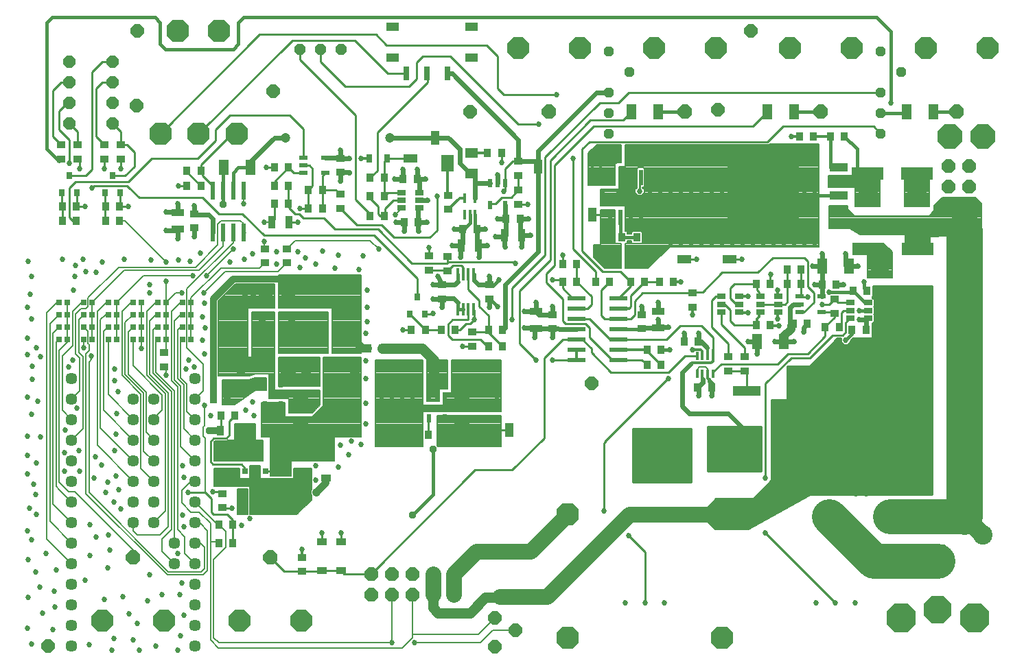
<source format=gtl>
G75*
%MOIN*%
%OFA0B0*%
%FSLAX24Y24*%
%IPPOS*%
%LPD*%
%AMOC8*
5,1,8,0,0,1.08239X$1,22.5*
%
%ADD10R,0.0866X0.0236*%
%ADD11R,0.0630X0.0512*%
%ADD12R,0.0630X0.0787*%
%ADD13R,0.0236X0.0866*%
%ADD14R,0.0480X0.0740*%
%ADD15R,0.0420X0.0350*%
%ADD16R,0.0600X0.0380*%
%ADD17R,0.0350X0.0420*%
%ADD18R,0.0965X0.1457*%
%ADD19R,0.0140X0.0460*%
%ADD20R,0.0380X0.0600*%
%ADD21R,0.0276X0.0669*%
%ADD22R,0.0610X0.0433*%
%ADD23R,0.1350X0.0500*%
%ADD24R,0.3550X0.4200*%
%ADD25OC8,0.1065*%
%ADD26OC8,0.0700*%
%ADD27R,0.0394X0.0709*%
%ADD28OC8,0.0660*%
%ADD29OC8,0.0531*%
%ADD30OC8,0.1095*%
%ADD31R,0.0270X0.0300*%
%ADD32R,0.0394X0.0217*%
%ADD33R,0.0217X0.0394*%
%ADD34R,0.0740X0.0480*%
%ADD35R,0.0650X0.1100*%
%ADD36R,0.0360X0.0480*%
%ADD37R,0.0512X0.0472*%
%ADD38OC8,0.1620*%
%ADD39OC8,0.1325*%
%ADD40OC8,0.1424*%
%ADD41R,0.0140X0.0400*%
%ADD42R,0.3500X0.4200*%
%ADD43R,0.0900X0.0420*%
%ADD44R,0.1575X0.0630*%
%ADD45R,0.0417X0.0256*%
%ADD46R,0.0300X0.0400*%
%ADD47R,0.0709X0.0394*%
%ADD48OC8,0.0600*%
%ADD49R,0.0480X0.0360*%
%ADD50OC8,0.0472*%
%ADD51C,0.0570*%
%ADD52R,0.0315X0.0354*%
%ADD53R,0.0170X0.0590*%
%ADD54R,0.0220X0.0780*%
%ADD55R,0.0900X0.0900*%
%ADD56R,0.0250X0.0250*%
%ADD57C,0.0120*%
%ADD58C,0.0270*%
%ADD59C,0.0100*%
%ADD60C,0.0110*%
%ADD61C,0.0070*%
%ADD62C,0.0050*%
%ADD63C,0.0240*%
%ADD64C,0.0472*%
%ADD65C,0.0160*%
%ADD66C,0.0376*%
%ADD67C,0.0945*%
%ADD68OC8,0.1181*%
%ADD69OC8,0.0650*%
%ADD70C,0.0500*%
%ADD71OC8,0.1266*%
%ADD72C,0.1700*%
%ADD73C,0.1750*%
%ADD74C,0.0860*%
%ADD75C,0.0320*%
%ADD76C,0.0760*%
%ADD77C,0.0400*%
%ADD78C,0.0416*%
D10*
X034217Y020495D03*
X034217Y020995D03*
X034217Y021495D03*
X034217Y021995D03*
X034217Y022495D03*
X034217Y022995D03*
X034217Y023495D03*
X036264Y023495D03*
X036264Y022995D03*
X036264Y022495D03*
X036264Y021995D03*
X036264Y021495D03*
X036264Y020995D03*
X036264Y020495D03*
D11*
X029114Y029548D03*
X029114Y030548D03*
D12*
X027972Y030048D03*
D13*
X018043Y028719D03*
X017543Y028719D03*
X017043Y028719D03*
X016543Y028719D03*
X016543Y026671D03*
X017043Y026671D03*
X017543Y026671D03*
X018043Y026671D03*
D14*
X018393Y029848D03*
X017093Y029848D03*
X026393Y019495D03*
X027693Y019495D03*
X036143Y025445D03*
X037443Y025445D03*
X042993Y021395D03*
X044293Y021395D03*
X046143Y025045D03*
X047443Y025045D03*
X044793Y032545D03*
X043493Y032545D03*
X038193Y032545D03*
X036893Y032545D03*
X037243Y030395D03*
X035943Y030395D03*
X050243Y032545D03*
X051543Y032545D03*
D15*
X046743Y023435D03*
X046743Y022755D03*
X042393Y020635D03*
X042393Y019955D03*
X041593Y019955D03*
X041593Y020635D03*
X039843Y023055D03*
X039843Y023735D03*
X037393Y022685D03*
X037393Y022005D03*
X033043Y022005D03*
X033043Y022685D03*
X029993Y023455D03*
X029993Y024135D03*
X027968Y024830D03*
X027968Y025510D03*
X027068Y025535D03*
X027068Y024855D03*
X027693Y024135D03*
X027693Y023455D03*
X029143Y021835D03*
X029143Y021155D03*
X027993Y027808D03*
X027993Y028488D03*
X031393Y028735D03*
X031393Y028055D03*
X031393Y029455D03*
X031393Y030135D03*
X022743Y030285D03*
X022743Y029605D03*
X022743Y028535D03*
X022743Y027855D03*
X020143Y025885D03*
X020143Y025205D03*
X019093Y025205D03*
X019093Y025885D03*
X015641Y026905D03*
X015641Y027585D03*
X012093Y030255D03*
X012093Y030935D03*
X011293Y030935D03*
X011293Y030255D03*
X009993Y030255D03*
X009193Y030255D03*
X009193Y030935D03*
X009993Y030935D03*
X014193Y020835D03*
X014193Y020155D03*
X017918Y019960D03*
X017918Y019280D03*
X017018Y013985D03*
X017018Y013305D03*
X020893Y010885D03*
X020893Y010205D03*
D16*
X020868Y015060D03*
X020868Y015880D03*
X017218Y015855D03*
X017218Y015035D03*
X014841Y026835D03*
X014841Y027655D03*
X032243Y022852D03*
X032243Y022032D03*
X038193Y022035D03*
X038193Y022855D03*
D17*
X038253Y024295D03*
X038933Y024295D03*
X037533Y024295D03*
X036853Y024295D03*
X035833Y024295D03*
X035153Y024295D03*
X034233Y024295D03*
X033553Y024295D03*
X033553Y025145D03*
X034233Y025145D03*
X035753Y026445D03*
X036433Y026445D03*
X037153Y026445D03*
X037833Y026445D03*
X042953Y024195D03*
X043633Y024195D03*
X044453Y024195D03*
X045133Y024195D03*
X045133Y024895D03*
X044453Y024895D03*
X046153Y024145D03*
X046833Y024145D03*
X047653Y023845D03*
X048333Y023845D03*
X048283Y021945D03*
X047603Y021945D03*
X046983Y022095D03*
X046303Y022095D03*
X045433Y022245D03*
X044753Y022245D03*
X043633Y022195D03*
X042953Y022195D03*
X040133Y021395D03*
X039453Y021395D03*
X038331Y020995D03*
X037651Y020995D03*
X037651Y020245D03*
X038331Y020245D03*
X040103Y019145D03*
X040783Y019145D03*
X031483Y027342D03*
X030803Y027342D03*
X029383Y026848D03*
X028703Y026848D03*
X026533Y027195D03*
X025853Y027195D03*
X024883Y027495D03*
X024203Y027495D03*
X024203Y028445D03*
X024883Y028445D03*
X024883Y029345D03*
X024203Y029345D03*
X025803Y029295D03*
X026483Y029295D03*
X029903Y030548D03*
X030583Y030548D03*
X021883Y028745D03*
X021203Y028745D03*
X020233Y028945D03*
X019553Y028945D03*
X019553Y029845D03*
X020233Y029845D03*
X020233Y028095D03*
X019553Y028095D03*
X021203Y027845D03*
X021883Y027845D03*
X015986Y028945D03*
X015306Y028945D03*
X015306Y029695D03*
X015986Y029695D03*
X012033Y027945D03*
X011353Y027945D03*
X011353Y027245D03*
X012033Y027245D03*
X009933Y027245D03*
X009253Y027245D03*
X009253Y027945D03*
X009933Y027945D03*
X016578Y019220D03*
X016578Y018570D03*
X017258Y018570D03*
X017258Y019220D03*
X016953Y017795D03*
X017633Y017795D03*
X018078Y013345D03*
X018758Y013345D03*
X017533Y012495D03*
X016853Y012495D03*
X016853Y011595D03*
X017533Y011595D03*
X026353Y016845D03*
X027033Y016845D03*
X024783Y021045D03*
X024103Y021045D03*
X026203Y021945D03*
X026883Y021945D03*
X027653Y021945D03*
X028333Y021945D03*
X029953Y021945D03*
X030633Y021945D03*
X030633Y021145D03*
X029953Y021145D03*
X045053Y031345D03*
X045733Y031345D03*
X046553Y031345D03*
X047233Y031345D03*
D18*
X041060Y015845D03*
X039032Y015845D03*
D19*
X029303Y027538D03*
X029043Y027538D03*
X028783Y027538D03*
X028783Y028358D03*
X029303Y028358D03*
D20*
X030733Y026542D03*
X031553Y026542D03*
X029453Y026048D03*
X028633Y026048D03*
X020253Y027195D03*
X019433Y027195D03*
D21*
X025944Y034429D03*
X026944Y034429D03*
X027944Y034429D03*
D22*
X029115Y035195D03*
X029115Y036695D03*
X025277Y036695D03*
X025277Y035195D03*
D23*
X042488Y018995D03*
X042488Y016995D03*
D24*
X046368Y017995D03*
D25*
X047593Y035635D03*
X044593Y035635D03*
X040993Y035635D03*
X037993Y035635D03*
X034393Y035635D03*
X031393Y035635D03*
X051193Y035635D03*
X054193Y035635D03*
X020843Y007805D03*
X017843Y007805D03*
X014193Y007805D03*
X011193Y007805D03*
D26*
X012693Y010875D03*
X019343Y010875D03*
X032893Y032565D03*
X039493Y032565D03*
X046093Y032565D03*
X052693Y032565D03*
D27*
X034993Y027545D03*
X032343Y029892D03*
X027343Y031298D03*
X023118Y018270D03*
X030943Y017095D03*
D28*
X028243Y010095D03*
X027243Y010095D03*
X026243Y010095D03*
X025243Y010095D03*
X024243Y010095D03*
X024243Y009095D03*
X025243Y009095D03*
X026243Y009095D03*
X027243Y009095D03*
X028243Y009095D03*
X052282Y026918D03*
X053282Y026918D03*
X053282Y027918D03*
X052282Y027918D03*
X052282Y028918D03*
X053282Y028918D03*
X053282Y029918D03*
X052282Y029918D03*
D29*
X022793Y035595D03*
X021793Y035595D03*
X020793Y035595D03*
D30*
X016873Y036495D03*
X014873Y036495D03*
X014023Y031495D03*
X015873Y031495D03*
X017723Y031495D03*
X033793Y012995D03*
X033793Y006995D03*
X041293Y006995D03*
X041293Y012995D03*
D31*
X015503Y021495D03*
X015083Y021495D03*
X015083Y022095D03*
X015503Y022095D03*
X015503Y022695D03*
X015083Y022695D03*
X015083Y023295D03*
X015503Y023295D03*
X014303Y023295D03*
X013883Y023295D03*
X013883Y022695D03*
X014303Y022695D03*
X014303Y022095D03*
X013883Y022095D03*
X013883Y021495D03*
X014303Y021495D03*
X013103Y021495D03*
X012683Y021495D03*
X012683Y022095D03*
X013103Y022095D03*
X013103Y022695D03*
X012683Y022695D03*
X012683Y023295D03*
X013103Y023295D03*
X011903Y023295D03*
X011483Y023295D03*
X011483Y022695D03*
X011903Y022695D03*
X011903Y022095D03*
X011483Y022095D03*
X011483Y021495D03*
X011903Y021495D03*
X010703Y021495D03*
X010283Y021495D03*
X010283Y022095D03*
X010703Y022095D03*
X010703Y022695D03*
X010283Y022695D03*
X009503Y022695D03*
X009083Y022695D03*
X009083Y022095D03*
X009503Y022095D03*
X009503Y021495D03*
X009083Y021495D03*
X009083Y023295D03*
X009503Y023295D03*
X010283Y023295D03*
X010703Y023295D03*
D32*
X020962Y029571D03*
X020962Y029945D03*
X020962Y030319D03*
X022025Y030319D03*
X022025Y029571D03*
X045062Y023569D03*
X045062Y023195D03*
X045062Y022821D03*
X046125Y022821D03*
X046125Y023569D03*
D33*
X030767Y028014D03*
X030019Y028014D03*
X030019Y029076D03*
X030393Y029076D03*
X030767Y029076D03*
X019842Y019351D03*
X019468Y019351D03*
X019094Y019351D03*
X019094Y018289D03*
X019842Y018289D03*
X027069Y018726D03*
X027443Y018726D03*
X027817Y018726D03*
X027817Y017664D03*
X027069Y017664D03*
D34*
X028643Y017545D03*
X028643Y018845D03*
X020818Y018470D03*
X020818Y017170D03*
X020218Y020070D03*
X020218Y021370D03*
D35*
X020218Y023620D03*
X019118Y023620D03*
D36*
X018960Y022220D03*
X020377Y022220D03*
X018352Y017045D03*
X016935Y017045D03*
D37*
X021087Y020031D03*
X021087Y021409D03*
X023449Y021409D03*
X023449Y020031D03*
D38*
X051770Y010719D03*
D39*
X051770Y008357D03*
D40*
X053541Y007965D03*
X049998Y007965D03*
D41*
X040853Y019805D03*
X040593Y019805D03*
X040333Y019805D03*
X040077Y019805D03*
X040077Y020685D03*
X040333Y020685D03*
X040593Y020685D03*
X040853Y020685D03*
D42*
X043293Y028495D03*
D43*
X046943Y028495D03*
X046943Y029165D03*
X046943Y029835D03*
X046943Y027825D03*
X046943Y027155D03*
D44*
X048393Y025895D03*
X050794Y025895D03*
X050744Y029545D03*
X048343Y029545D03*
D45*
X048376Y023269D03*
X048376Y022895D03*
X048376Y022521D03*
X047510Y022521D03*
X047510Y022895D03*
X047510Y023269D03*
X044026Y023195D03*
X044026Y022821D03*
X044026Y023569D03*
X043160Y023569D03*
X043160Y023195D03*
X043160Y022821D03*
X042126Y022821D03*
X042126Y023195D03*
X042126Y023569D03*
X041260Y023569D03*
X041260Y023195D03*
X041260Y022821D03*
X026576Y027871D03*
X026576Y028245D03*
X026576Y028619D03*
X025710Y028619D03*
X025710Y028245D03*
X025710Y027871D03*
D46*
X025033Y030295D03*
X024153Y030295D03*
D47*
X026143Y030295D03*
X025793Y021045D03*
X039443Y025395D03*
X041643Y025395D03*
D48*
X011693Y031995D03*
X011693Y032995D03*
X011693Y033995D03*
X011693Y034995D03*
X009593Y034995D03*
X009593Y033995D03*
X009593Y032995D03*
X009593Y031995D03*
D49*
X022068Y016154D03*
X022068Y014736D03*
X021843Y011654D03*
X022793Y011654D03*
X022793Y010236D03*
X021843Y010236D03*
D50*
X035803Y031495D03*
X035803Y032495D03*
X035803Y033495D03*
X036803Y034495D03*
X035803Y035495D03*
X049003Y035495D03*
X050003Y034495D03*
X049003Y033495D03*
X049003Y032495D03*
X049003Y031495D03*
D51*
X015693Y019595D03*
X015693Y018595D03*
X015693Y017595D03*
X015693Y016595D03*
X015693Y015595D03*
X015693Y014595D03*
X015693Y013595D03*
X015693Y012595D03*
X015693Y011595D03*
X014693Y011595D03*
X014693Y010595D03*
X015693Y010595D03*
X015693Y009595D03*
X015693Y008595D03*
X015693Y007595D03*
X015693Y006595D03*
X009693Y006595D03*
X009693Y007595D03*
X009693Y008595D03*
X009693Y009595D03*
X009693Y010595D03*
X009693Y011595D03*
X009693Y012595D03*
X009693Y013595D03*
X009693Y014595D03*
X009693Y015595D03*
X009693Y016595D03*
X009693Y017595D03*
X009693Y018595D03*
X009693Y019595D03*
X012693Y018595D03*
X013693Y018595D03*
X013693Y017595D03*
X012693Y017595D03*
X012693Y016595D03*
X013693Y016595D03*
X013693Y015595D03*
X012693Y015595D03*
X012693Y014595D03*
X013693Y014595D03*
X013693Y013595D03*
X012693Y013595D03*
X012693Y012595D03*
X013693Y012595D03*
D52*
X026119Y022718D03*
X026867Y022718D03*
X026493Y023545D03*
X012067Y028618D03*
X011319Y028618D03*
X011693Y029445D03*
X009967Y028618D03*
X009219Y028618D03*
X009593Y029445D03*
D53*
X028463Y024655D03*
X028713Y024655D03*
X028973Y024655D03*
X029223Y024655D03*
X029223Y022935D03*
X028973Y022935D03*
X028713Y022935D03*
X028463Y022935D03*
D54*
X035843Y027425D03*
X036343Y027425D03*
X036843Y027425D03*
X037343Y027425D03*
X037343Y029365D03*
X036843Y029365D03*
X036343Y029365D03*
X035843Y029365D03*
D55*
X036593Y028395D03*
D56*
X020118Y016095D03*
X019618Y016095D03*
X019618Y015595D03*
X019618Y015095D03*
X019118Y015095D03*
X018618Y015095D03*
X018118Y015095D03*
X018118Y014595D03*
X018118Y014095D03*
X018618Y014095D03*
X018618Y014595D03*
X019118Y014595D03*
X019118Y014095D03*
X019618Y014095D03*
X019618Y014595D03*
X020118Y014595D03*
X020118Y014095D03*
X020118Y015095D03*
X020118Y015595D03*
X018618Y016095D03*
X018118Y016095D03*
D57*
X020893Y011295D02*
X020893Y010885D01*
X020883Y010205D02*
X020893Y010205D01*
X034217Y020495D02*
X034217Y020995D01*
X036264Y020995D02*
X037651Y020995D01*
X037651Y020925D01*
X038331Y020245D01*
X038693Y019595D02*
X035643Y016545D01*
X039743Y020270D02*
X039818Y020345D01*
X040768Y020345D01*
X040843Y020420D01*
X040843Y020675D01*
X040853Y020685D01*
X040843Y020695D01*
X040843Y020995D01*
X040593Y021045D02*
X040593Y020685D01*
X040333Y020685D02*
X040333Y020905D01*
X040243Y020995D01*
X039843Y020995D01*
X040543Y021095D02*
X040593Y021045D01*
X040593Y019805D02*
X040593Y019595D01*
X040643Y019545D01*
X040343Y019545D02*
X040333Y019555D01*
X040333Y019805D01*
X042393Y019955D02*
X042488Y019860D01*
X042953Y022195D02*
X042993Y022235D01*
X042993Y022495D01*
X043093Y022595D01*
X043093Y022754D01*
X043160Y022821D01*
X042543Y022795D02*
X042152Y022795D01*
X042126Y022821D01*
X042126Y023569D02*
X042152Y023595D01*
X042543Y023595D01*
X043093Y023636D02*
X043160Y023569D01*
X042993Y024155D02*
X042953Y024195D01*
X043033Y024195D01*
X042993Y024195D02*
X042953Y024195D01*
X043993Y023895D02*
X043993Y023602D01*
X044026Y023569D01*
X044026Y022821D02*
X043993Y022788D01*
X043993Y022495D01*
X044043Y022145D02*
X043683Y022145D01*
X043633Y022195D01*
X041410Y023195D02*
X041260Y023195D01*
X039843Y023055D02*
X039843Y022695D01*
X039843Y023735D02*
X039843Y023795D01*
X039293Y024295D02*
X038933Y024295D01*
X036743Y022995D02*
X036264Y022995D01*
X036264Y023495D02*
X036293Y023524D01*
X037601Y021045D02*
X037651Y020995D01*
X036264Y020495D02*
X036243Y020474D01*
X029451Y026045D02*
X029453Y026048D01*
X029451Y026045D02*
X029443Y026045D01*
X031543Y026545D02*
X031546Y026542D01*
X031553Y026542D01*
X029303Y028358D02*
X029303Y028395D01*
X028783Y028358D02*
X028543Y028358D01*
X027993Y027808D01*
X027993Y028488D02*
X027972Y028509D01*
X027972Y030048D01*
X029114Y030548D02*
X029903Y030548D01*
X029114Y029548D02*
X029303Y029359D01*
X024153Y030295D02*
X023743Y030295D01*
X026944Y034429D02*
X026943Y034528D01*
X026944Y034429D02*
X026943Y034629D01*
X027944Y034494D02*
X027944Y034429D01*
X044643Y031345D02*
X045053Y031345D01*
X045733Y031345D02*
X046553Y031345D01*
X046553Y029835D02*
X046943Y029835D01*
X048343Y029546D02*
X048343Y029545D01*
X053000Y027201D02*
X053000Y027201D01*
D58*
X007743Y006695D03*
X007543Y007445D03*
X008293Y008195D03*
X008893Y008495D03*
X008843Y009245D03*
X008143Y009445D03*
X007593Y008945D03*
X007943Y010195D03*
X007593Y010795D03*
X008443Y011095D03*
X007743Y011745D03*
X007543Y012195D03*
X007993Y012995D03*
X007643Y013295D03*
X007943Y013945D03*
X007843Y014445D03*
X007543Y014945D03*
X007993Y015495D03*
X007543Y015845D03*
X007543Y016795D03*
X008193Y016745D03*
X007743Y017845D03*
X008043Y018495D03*
X007543Y018695D03*
X007793Y019545D03*
X007793Y020195D03*
X008193Y020645D03*
X007993Y021095D03*
X007543Y020745D03*
X007543Y021545D03*
X007743Y022495D03*
X007543Y023045D03*
X007693Y023695D03*
X007743Y024545D03*
X007593Y025295D03*
X009243Y025395D03*
X009893Y025095D03*
X010243Y025395D03*
X010393Y024795D03*
X010893Y024745D03*
X011193Y025245D03*
X012243Y025395D03*
X013543Y025345D03*
X014293Y025245D03*
X014893Y025345D03*
X015443Y025295D03*
X015943Y025695D03*
X015643Y026495D03*
X014843Y026395D03*
X014293Y026795D03*
X014293Y027695D03*
X014843Y028095D03*
X015643Y027995D03*
X014893Y028945D03*
X012443Y027945D03*
X010693Y028845D03*
X010343Y027945D03*
X010093Y029795D03*
X009593Y030045D03*
X011293Y029795D03*
X012093Y029795D03*
X017568Y025895D03*
X017393Y025245D03*
X018093Y025395D03*
X018493Y025645D03*
X019043Y026245D03*
X019643Y025745D03*
X019643Y025145D03*
X020793Y024995D03*
X021043Y025445D03*
X020693Y025745D03*
X021543Y025145D03*
X021893Y025795D03*
X022643Y025595D03*
X022493Y024945D03*
X023643Y024895D03*
X023843Y025545D03*
X024613Y025875D03*
X025843Y026745D03*
X025443Y027195D03*
X025418Y027545D03*
X026543Y026745D03*
X026943Y027195D03*
X026993Y028245D03*
X027443Y028445D03*
X026893Y029295D03*
X026493Y029745D03*
X025793Y029745D03*
X025393Y029295D03*
X023743Y030295D03*
X023193Y030295D03*
X022743Y030695D03*
X023193Y029595D03*
X022743Y029195D03*
X020793Y027845D03*
X020693Y027195D03*
X019043Y027195D03*
X018043Y028095D03*
X019143Y029845D03*
X016268Y024595D03*
X015593Y024595D03*
X016118Y023745D03*
X016143Y023245D03*
X016043Y022595D03*
X016193Y022045D03*
X016043Y021445D03*
X016143Y020795D03*
X015643Y020145D03*
X015243Y020045D03*
X015393Y020495D03*
X014293Y019745D03*
X013093Y021045D03*
X011793Y020045D03*
X011793Y019495D03*
X011943Y018945D03*
X011893Y017895D03*
X011843Y016895D03*
X011793Y016095D03*
X011143Y015395D03*
X010843Y015795D03*
X010043Y016095D03*
X009343Y015995D03*
X009343Y015095D03*
X010093Y015095D03*
X010793Y014745D03*
X011443Y014545D03*
X011843Y014845D03*
X011993Y014195D03*
X011743Y013595D03*
X012093Y013245D03*
X011343Y014045D03*
X010593Y012495D03*
X010893Y011895D03*
X011493Y011995D03*
X011543Y011245D03*
X011443Y010395D03*
X010343Y009795D03*
X011293Y008845D03*
X012193Y008995D03*
X012493Y008145D03*
X012893Y007695D03*
X012693Y006895D03*
X012993Y006395D03*
X013793Y006595D03*
X014843Y006395D03*
X014993Y007095D03*
X015143Y008095D03*
X014943Y009095D03*
X015043Y009645D03*
X014093Y009095D03*
X013393Y008795D03*
X013493Y010045D03*
X014843Y011095D03*
X015143Y012395D03*
X015093Y012945D03*
X015343Y014045D03*
X015143Y014795D03*
X015093Y015345D03*
X016543Y014095D03*
X017493Y013295D03*
X018343Y012795D03*
X017943Y012445D03*
X019118Y013720D03*
X019493Y013720D03*
X019493Y013345D03*
X019868Y013345D03*
X019868Y013720D03*
X020243Y013720D03*
X020243Y013345D03*
X020618Y013720D03*
X020618Y014095D03*
X020618Y014470D03*
X020993Y014470D03*
X020993Y014095D03*
X021543Y014645D03*
X021543Y015345D03*
X022643Y015295D03*
X023143Y015895D03*
X022743Y016345D03*
X023293Y016545D03*
X023743Y016395D03*
X024743Y016595D03*
X024743Y017095D03*
X024743Y017595D03*
X024743Y018095D03*
X024743Y018595D03*
X024743Y019095D03*
X024743Y019595D03*
X024743Y020095D03*
X025243Y020095D03*
X025243Y019595D03*
X025243Y019095D03*
X025243Y018595D03*
X025243Y018095D03*
X025243Y017595D03*
X025243Y017095D03*
X025243Y016595D03*
X025743Y016595D03*
X025743Y017095D03*
X025743Y017595D03*
X025743Y018095D03*
X025743Y018595D03*
X025743Y019095D03*
X025743Y019595D03*
X025743Y020095D03*
X026243Y020095D03*
X026243Y018595D03*
X026243Y018095D03*
X026243Y017595D03*
X028343Y017095D03*
X028343Y016595D03*
X028843Y016595D03*
X028843Y017095D03*
X029343Y017095D03*
X029343Y016595D03*
X029843Y016595D03*
X029843Y017095D03*
X029843Y017595D03*
X029343Y017595D03*
X029343Y018195D03*
X028843Y018195D03*
X028343Y018195D03*
X028343Y019695D03*
X028343Y020195D03*
X028843Y020195D03*
X028843Y019695D03*
X029343Y019695D03*
X029343Y020195D03*
X029843Y020195D03*
X029843Y019695D03*
X029843Y019195D03*
X030343Y019195D03*
X030343Y018695D03*
X029993Y018395D03*
X029843Y018195D03*
X030343Y018195D03*
X030343Y017595D03*
X030343Y017095D03*
X030343Y016595D03*
X030343Y019695D03*
X030343Y020195D03*
X028693Y021145D03*
X029243Y022445D03*
X029993Y023045D03*
X030393Y023070D03*
X031093Y022445D03*
X031693Y022045D03*
X032193Y021595D03*
X033043Y021595D03*
X033043Y020495D03*
X032243Y020495D03*
X031693Y022845D03*
X032243Y023295D03*
X033043Y023095D03*
X033043Y024395D03*
X033543Y025595D03*
X035243Y025545D03*
X035243Y025895D03*
X035593Y025895D03*
X035593Y025545D03*
X035593Y025195D03*
X037793Y027195D03*
X037793Y027695D03*
X037793Y028195D03*
X037793Y028695D03*
X037293Y028695D03*
X036893Y028695D03*
X036593Y028695D03*
X036293Y028695D03*
X036293Y028395D03*
X036293Y028095D03*
X036593Y028095D03*
X036593Y028395D03*
X036893Y028395D03*
X036893Y028095D03*
X037293Y028145D03*
X038293Y028195D03*
X038293Y027695D03*
X038293Y027195D03*
X038793Y027195D03*
X038793Y026695D03*
X038793Y026195D03*
X039293Y026195D03*
X039293Y026695D03*
X039293Y027195D03*
X039293Y027695D03*
X038793Y027695D03*
X038793Y028195D03*
X038793Y028695D03*
X038293Y028695D03*
X038293Y029195D03*
X037793Y029195D03*
X037793Y029695D03*
X037793Y030195D03*
X037793Y030695D03*
X038293Y030695D03*
X038293Y030195D03*
X038293Y029695D03*
X038793Y029695D03*
X038793Y029195D03*
X039293Y029195D03*
X039293Y028695D03*
X039293Y028195D03*
X039793Y028195D03*
X039793Y027695D03*
X039793Y027195D03*
X039793Y026695D03*
X039793Y026195D03*
X040293Y026195D03*
X040293Y026695D03*
X040293Y027195D03*
X040293Y027695D03*
X040293Y028195D03*
X040293Y028695D03*
X039793Y028695D03*
X039793Y029195D03*
X039793Y029695D03*
X039293Y029695D03*
X039293Y030195D03*
X038793Y030195D03*
X038793Y030695D03*
X039293Y030695D03*
X039793Y030695D03*
X039793Y030195D03*
X040293Y030195D03*
X040293Y029695D03*
X040293Y029195D03*
X040793Y029195D03*
X040793Y028695D03*
X040793Y028195D03*
X040793Y027695D03*
X040793Y027195D03*
X040793Y026695D03*
X040793Y026195D03*
X041293Y026195D03*
X041293Y026695D03*
X041293Y027195D03*
X041293Y027695D03*
X041293Y028195D03*
X041293Y028695D03*
X041293Y029195D03*
X041293Y029695D03*
X040793Y029695D03*
X040793Y030195D03*
X040793Y030695D03*
X040293Y030695D03*
X041293Y030695D03*
X041293Y030195D03*
X044643Y031345D03*
X045293Y030695D03*
X045293Y030195D03*
X045293Y029695D03*
X045293Y029195D03*
X045293Y028695D03*
X045293Y028195D03*
X045293Y027695D03*
X045293Y027195D03*
X045293Y026695D03*
X045293Y026195D03*
X044793Y026195D03*
X044293Y026195D03*
X043793Y026195D03*
X043293Y026195D03*
X042793Y026195D03*
X042293Y026195D03*
X041793Y026195D03*
X042243Y025395D03*
X043643Y024645D03*
X043993Y023895D03*
X042543Y023595D03*
X042543Y022795D03*
X043993Y022495D03*
X044043Y022145D03*
X043843Y021395D03*
X044793Y021395D03*
X045243Y021845D03*
X046143Y023195D03*
X045443Y023545D03*
X045793Y024145D03*
X046493Y023795D03*
X047193Y024145D03*
X048193Y024295D03*
X048793Y023895D03*
X048793Y023445D03*
X048793Y022945D03*
X048793Y022445D03*
X048793Y021945D03*
X048793Y021445D03*
X048293Y021445D03*
X047793Y021445D03*
X047293Y021445D03*
X047793Y020945D03*
X047793Y020445D03*
X048293Y020445D03*
X048293Y020945D03*
X048793Y020945D03*
X048793Y020445D03*
X048793Y019945D03*
X048793Y019445D03*
X049293Y019445D03*
X049293Y019945D03*
X049293Y020445D03*
X049293Y020945D03*
X049293Y021445D03*
X049293Y021945D03*
X049293Y022445D03*
X049293Y022945D03*
X049293Y023445D03*
X049293Y023895D03*
X049793Y023895D03*
X049793Y023445D03*
X049793Y022945D03*
X049793Y022445D03*
X049793Y021945D03*
X049793Y021445D03*
X049793Y020945D03*
X049793Y020445D03*
X049793Y019945D03*
X049793Y019445D03*
X050293Y019445D03*
X050293Y019945D03*
X050293Y020445D03*
X050293Y020945D03*
X050293Y021445D03*
X050293Y021945D03*
X050293Y022445D03*
X050293Y022945D03*
X050293Y023445D03*
X050293Y023895D03*
X050793Y023895D03*
X050793Y023445D03*
X050793Y022945D03*
X050793Y022445D03*
X050793Y021945D03*
X050793Y021445D03*
X050793Y020945D03*
X050793Y020445D03*
X050793Y019945D03*
X050793Y019445D03*
X051293Y019445D03*
X051293Y019945D03*
X051293Y020445D03*
X051293Y020945D03*
X051293Y021445D03*
X051293Y021945D03*
X051293Y022445D03*
X051293Y022945D03*
X051293Y023445D03*
X051293Y023895D03*
X047943Y022895D03*
X047943Y022445D03*
X047893Y025045D03*
X047293Y025645D03*
X046143Y025645D03*
X045793Y026195D03*
X045793Y026695D03*
X045793Y027195D03*
X045793Y027695D03*
X045793Y028195D03*
X045793Y028695D03*
X045793Y029195D03*
X045793Y029695D03*
X045793Y030195D03*
X045793Y030695D03*
X049493Y032995D03*
X045693Y025045D03*
X042543Y021395D03*
X042993Y020795D03*
X040793Y018745D03*
X040143Y018745D03*
X038693Y019595D03*
X038743Y020995D03*
X039443Y021795D03*
X038693Y022095D03*
X038193Y022445D03*
X037393Y023095D03*
X038193Y023295D03*
X039293Y024295D03*
X040043Y025395D03*
X039843Y022695D03*
X040143Y021795D03*
X039843Y020995D03*
X043793Y018445D03*
X043793Y017945D03*
X043793Y017445D03*
X043793Y016945D03*
X043793Y016445D03*
X043793Y015945D03*
X043793Y015445D03*
X043793Y014945D03*
X043393Y014745D03*
X043793Y014445D03*
X043793Y013995D03*
X044293Y013995D03*
X044293Y014445D03*
X044293Y014945D03*
X044293Y015445D03*
X044293Y015945D03*
X044293Y016445D03*
X044293Y016945D03*
X044293Y017445D03*
X044293Y017945D03*
X044293Y018445D03*
X044793Y015445D03*
X044793Y014945D03*
X044793Y014445D03*
X044793Y013995D03*
X045293Y013995D03*
X045293Y014445D03*
X045293Y014945D03*
X045293Y015445D03*
X045793Y015445D03*
X045793Y014945D03*
X045793Y014445D03*
X046293Y014445D03*
X046293Y014945D03*
X046293Y015445D03*
X046793Y015445D03*
X046793Y014945D03*
X046793Y014445D03*
X047293Y014445D03*
X047293Y014945D03*
X047293Y015445D03*
X047793Y015445D03*
X047793Y014945D03*
X047793Y014445D03*
X047793Y013995D03*
X048293Y013995D03*
X048293Y014445D03*
X048293Y014945D03*
X048293Y015445D03*
X048793Y015445D03*
X048793Y014945D03*
X048793Y014445D03*
X049293Y014445D03*
X049293Y014945D03*
X049293Y015445D03*
X049293Y015945D03*
X048793Y015945D03*
X048793Y016445D03*
X048793Y016945D03*
X048793Y017445D03*
X048793Y017945D03*
X048793Y018445D03*
X048793Y018945D03*
X049293Y018945D03*
X049293Y018445D03*
X049293Y017945D03*
X049293Y017445D03*
X049293Y016945D03*
X049293Y016445D03*
X049793Y016445D03*
X049793Y015945D03*
X049793Y015445D03*
X049793Y014945D03*
X049793Y014445D03*
X050293Y014445D03*
X050293Y014945D03*
X050293Y015445D03*
X050293Y015945D03*
X050293Y016445D03*
X050293Y016945D03*
X049793Y016945D03*
X049793Y017445D03*
X049793Y017945D03*
X049793Y018445D03*
X049793Y018945D03*
X050293Y018945D03*
X050293Y018445D03*
X050293Y017945D03*
X050293Y017445D03*
X050793Y017445D03*
X050793Y016945D03*
X050793Y016445D03*
X050793Y015945D03*
X050793Y015445D03*
X050793Y014945D03*
X050793Y014445D03*
X051293Y014445D03*
X051293Y014945D03*
X051293Y015445D03*
X051293Y015945D03*
X051293Y016445D03*
X051293Y016945D03*
X051293Y017445D03*
X051293Y017945D03*
X050793Y017945D03*
X050793Y018445D03*
X050793Y018945D03*
X051293Y018945D03*
X051293Y018445D03*
X043393Y012095D03*
X045843Y008695D03*
X046793Y008695D03*
X047743Y008695D03*
X038493Y008695D03*
X037543Y008695D03*
X036593Y008695D03*
X036743Y011945D03*
X035543Y013145D03*
X026368Y006745D03*
X025243Y006745D03*
X020893Y011295D03*
X021843Y012095D03*
X022793Y012095D03*
X023993Y017395D03*
X023993Y018395D03*
X023993Y019595D03*
X023993Y020445D03*
X023993Y021795D03*
X024043Y022345D03*
X024043Y023045D03*
X024043Y023895D03*
X025793Y021945D03*
X027243Y022745D03*
X027693Y023045D03*
X027243Y023445D03*
X027243Y024145D03*
X027493Y024545D03*
X028593Y025495D03*
X028193Y026045D03*
X028293Y026845D03*
X029793Y026845D03*
X030293Y026495D03*
X029893Y026045D03*
X029493Y025495D03*
X029993Y024545D03*
X030468Y024395D03*
X031243Y025195D03*
X031543Y025995D03*
X031993Y026545D03*
X031893Y027345D03*
X031843Y028045D03*
X030693Y028695D03*
X030393Y029495D03*
X030593Y030095D03*
X032393Y031945D03*
X033243Y033395D03*
X035393Y030795D03*
X035393Y030395D03*
X034993Y030395D03*
X034993Y029995D03*
X035393Y029995D03*
X035393Y029545D03*
X034993Y029545D03*
X034993Y029145D03*
X035393Y029145D03*
X035493Y028695D03*
X035893Y028395D03*
X035493Y028095D03*
X036793Y030195D03*
X036793Y030695D03*
X034043Y030295D03*
X030393Y027345D03*
X030743Y025995D03*
X027068Y025945D03*
X018518Y024020D03*
X018118Y024020D03*
X018118Y023620D03*
X018118Y023220D03*
X018518Y023220D03*
X018518Y023620D03*
X015043Y023745D03*
X014293Y024320D03*
X013493Y024145D03*
X013493Y023745D03*
X009793Y023895D03*
X009843Y024545D03*
X010293Y021070D03*
X010668Y020695D03*
X009743Y020495D03*
X009543Y020145D03*
X009943Y018145D03*
X009393Y017095D03*
X016143Y018295D03*
X016443Y017795D03*
X018143Y018045D03*
X018543Y017795D03*
X018493Y018445D03*
X010593Y010995D03*
X008943Y010295D03*
X008793Y007395D03*
X010543Y006645D03*
X011643Y006395D03*
X011743Y006945D03*
D59*
X017533Y011595D02*
X017533Y012495D01*
X029393Y025995D02*
X029443Y026045D01*
X034663Y022245D02*
X034843Y022065D01*
X036943Y017145D02*
X039793Y017145D01*
X039793Y014545D01*
X036943Y014545D01*
X036943Y017145D01*
X036943Y017126D02*
X039793Y017126D01*
X039793Y017027D02*
X036943Y017027D01*
X036943Y016929D02*
X039793Y016929D01*
X039793Y016830D02*
X036943Y016830D01*
X036943Y016732D02*
X039793Y016732D01*
X039793Y016633D02*
X036943Y016633D01*
X036943Y016535D02*
X039793Y016535D01*
X039793Y016436D02*
X036943Y016436D01*
X036943Y016338D02*
X039793Y016338D01*
X039793Y016239D02*
X036943Y016239D01*
X036943Y016141D02*
X039793Y016141D01*
X039793Y016042D02*
X036943Y016042D01*
X036943Y015944D02*
X039793Y015944D01*
X039793Y015845D02*
X036943Y015845D01*
X036943Y015747D02*
X039793Y015747D01*
X039793Y015648D02*
X036943Y015648D01*
X036943Y015550D02*
X039793Y015550D01*
X039793Y015451D02*
X036943Y015451D01*
X036943Y015353D02*
X039793Y015353D01*
X039793Y015254D02*
X036943Y015254D01*
X036943Y015156D02*
X039793Y015156D01*
X039793Y015057D02*
X036943Y015057D01*
X036943Y014959D02*
X039793Y014959D01*
X039793Y014860D02*
X036943Y014860D01*
X036943Y014762D02*
X039793Y014762D01*
X039793Y014663D02*
X036943Y014663D01*
X036943Y014565D02*
X039793Y014565D01*
X040593Y015095D02*
X040593Y017245D01*
X043193Y017245D01*
X043193Y015095D01*
X040593Y015095D01*
X040593Y015156D02*
X043193Y015156D01*
X043193Y015254D02*
X040593Y015254D01*
X040593Y015353D02*
X043193Y015353D01*
X043193Y015451D02*
X040593Y015451D01*
X040593Y015550D02*
X043193Y015550D01*
X043193Y015648D02*
X040593Y015648D01*
X040593Y015747D02*
X043193Y015747D01*
X043193Y015845D02*
X040593Y015845D01*
X040593Y015944D02*
X043193Y015944D01*
X043193Y016042D02*
X040593Y016042D01*
X040593Y016141D02*
X043193Y016141D01*
X043193Y016239D02*
X040593Y016239D01*
X040593Y016338D02*
X043193Y016338D01*
X043193Y016436D02*
X040593Y016436D01*
X040593Y016535D02*
X043193Y016535D01*
X043193Y016633D02*
X040593Y016633D01*
X040593Y016732D02*
X043193Y016732D01*
X043193Y016830D02*
X040593Y016830D01*
X040593Y016929D02*
X043193Y016929D01*
X043193Y017027D02*
X040593Y017027D01*
X040593Y017126D02*
X043193Y017126D01*
X043193Y017224D02*
X040593Y017224D01*
X043693Y017224D02*
X051493Y017224D01*
X051493Y017126D02*
X043693Y017126D01*
X043693Y017027D02*
X051493Y017027D01*
X051493Y016929D02*
X043693Y016929D01*
X043693Y016830D02*
X051493Y016830D01*
X051493Y016732D02*
X043693Y016732D01*
X043693Y016633D02*
X051493Y016633D01*
X051493Y016535D02*
X043693Y016535D01*
X043693Y016436D02*
X051493Y016436D01*
X051493Y016338D02*
X043693Y016338D01*
X043693Y016239D02*
X051493Y016239D01*
X051493Y016141D02*
X043693Y016141D01*
X043693Y016042D02*
X051493Y016042D01*
X051493Y015944D02*
X043693Y015944D01*
X043693Y015845D02*
X051493Y015845D01*
X051493Y015747D02*
X043693Y015747D01*
X043693Y015648D02*
X051493Y015648D01*
X051493Y015550D02*
X043693Y015550D01*
X043693Y015451D02*
X051493Y015451D01*
X051493Y015353D02*
X043693Y015353D01*
X043693Y015254D02*
X051493Y015254D01*
X051493Y015156D02*
X043693Y015156D01*
X043693Y015057D02*
X051493Y015057D01*
X051493Y014959D02*
X043693Y014959D01*
X043693Y014860D02*
X051493Y014860D01*
X051493Y014762D02*
X043693Y014762D01*
X043693Y014663D02*
X051493Y014663D01*
X051493Y014565D02*
X043607Y014565D01*
X043693Y014653D02*
X043693Y018545D01*
X044443Y018545D01*
X044443Y020176D01*
X044463Y020195D01*
X045543Y020195D01*
X046888Y021540D01*
X047058Y021540D01*
X047058Y021348D01*
X047196Y021210D01*
X047391Y021210D01*
X047528Y021348D01*
X047528Y021425D01*
X047648Y021545D01*
X048593Y021545D01*
X048593Y022293D01*
X048626Y022293D01*
X048685Y022352D01*
X048685Y022690D01*
X048667Y022708D01*
X048685Y022726D01*
X048685Y023064D01*
X048667Y023082D01*
X048685Y023100D01*
X048685Y023438D01*
X048626Y023497D01*
X048593Y023497D01*
X048593Y023579D01*
X048608Y023594D01*
X048608Y024095D01*
X051493Y024095D01*
X051493Y013945D01*
X045543Y013945D01*
X042543Y012295D01*
X040943Y012295D01*
X040543Y012695D01*
X040543Y013295D01*
X040993Y013745D01*
X042793Y013745D01*
X042986Y013932D01*
X043693Y014653D01*
X043510Y014466D02*
X051493Y014466D01*
X051493Y014368D02*
X043414Y014368D01*
X043317Y014269D02*
X051493Y014269D01*
X051493Y014171D02*
X043220Y014171D01*
X043124Y014072D02*
X051493Y014072D01*
X051493Y013974D02*
X043027Y013974D01*
X042927Y013875D02*
X045416Y013875D01*
X045237Y013777D02*
X042826Y013777D01*
X043625Y012890D02*
X040543Y012890D01*
X040543Y012792D02*
X043446Y012792D01*
X043267Y012693D02*
X040545Y012693D01*
X040644Y012595D02*
X043088Y012595D01*
X042909Y012496D02*
X040742Y012496D01*
X040841Y012398D02*
X042730Y012398D01*
X042551Y012299D02*
X040939Y012299D01*
X040543Y012989D02*
X043804Y012989D01*
X043983Y013087D02*
X040543Y013087D01*
X040543Y013186D02*
X044162Y013186D01*
X044342Y013284D02*
X040543Y013284D01*
X040631Y013383D02*
X044521Y013383D01*
X044700Y013481D02*
X040729Y013481D01*
X040828Y013580D02*
X044879Y013580D01*
X045058Y013678D02*
X040926Y013678D01*
X043693Y017323D02*
X051493Y017323D01*
X051493Y017421D02*
X043693Y017421D01*
X043693Y017520D02*
X051493Y017520D01*
X051493Y017618D02*
X043693Y017618D01*
X043693Y017717D02*
X051493Y017717D01*
X051493Y017815D02*
X043693Y017815D01*
X043693Y017914D02*
X051493Y017914D01*
X051493Y018012D02*
X043693Y018012D01*
X043693Y018111D02*
X051493Y018111D01*
X051493Y018209D02*
X043693Y018209D01*
X043693Y018308D02*
X051493Y018308D01*
X051493Y018406D02*
X043693Y018406D01*
X043693Y018505D02*
X051493Y018505D01*
X051493Y018603D02*
X044443Y018603D01*
X044443Y018702D02*
X051493Y018702D01*
X051493Y018800D02*
X044443Y018800D01*
X044443Y018899D02*
X051493Y018899D01*
X051493Y018997D02*
X044443Y018997D01*
X044443Y019096D02*
X051493Y019096D01*
X051493Y019194D02*
X044443Y019194D01*
X044443Y019293D02*
X051493Y019293D01*
X051493Y019391D02*
X044443Y019391D01*
X044443Y019490D02*
X051493Y019490D01*
X051493Y019588D02*
X044443Y019588D01*
X044443Y019687D02*
X051493Y019687D01*
X051493Y019785D02*
X044443Y019785D01*
X044443Y019884D02*
X051493Y019884D01*
X051493Y019982D02*
X044443Y019982D01*
X044443Y020081D02*
X051493Y020081D01*
X051493Y020179D02*
X044447Y020179D01*
X045626Y020278D02*
X051493Y020278D01*
X051493Y020376D02*
X045724Y020376D01*
X045823Y020475D02*
X051493Y020475D01*
X051493Y020573D02*
X045921Y020573D01*
X046020Y020672D02*
X051493Y020672D01*
X051493Y020770D02*
X046118Y020770D01*
X046217Y020869D02*
X051493Y020869D01*
X051493Y020967D02*
X046315Y020967D01*
X046414Y021066D02*
X051493Y021066D01*
X051493Y021164D02*
X046512Y021164D01*
X046611Y021263D02*
X047143Y021263D01*
X047058Y021361D02*
X046709Y021361D01*
X046808Y021460D02*
X047058Y021460D01*
X047443Y021263D02*
X051493Y021263D01*
X051493Y021361D02*
X047528Y021361D01*
X047562Y021460D02*
X051493Y021460D01*
X051493Y021558D02*
X048593Y021558D01*
X048593Y021657D02*
X051493Y021657D01*
X051493Y021755D02*
X048593Y021755D01*
X048593Y021854D02*
X051493Y021854D01*
X051493Y021952D02*
X048593Y021952D01*
X048593Y022051D02*
X051493Y022051D01*
X051493Y022149D02*
X048593Y022149D01*
X048593Y022248D02*
X051493Y022248D01*
X051493Y022346D02*
X048679Y022346D01*
X048685Y022445D02*
X051493Y022445D01*
X051493Y022543D02*
X048685Y022543D01*
X048685Y022642D02*
X051493Y022642D01*
X051493Y022740D02*
X048685Y022740D01*
X048685Y022839D02*
X051493Y022839D01*
X051493Y022937D02*
X048685Y022937D01*
X048685Y023036D02*
X051493Y023036D01*
X051493Y023134D02*
X048685Y023134D01*
X048685Y023233D02*
X051493Y023233D01*
X051493Y023331D02*
X048685Y023331D01*
X048685Y023430D02*
X051493Y023430D01*
X051493Y023528D02*
X048593Y023528D01*
X048608Y023627D02*
X051493Y023627D01*
X051493Y023725D02*
X048608Y023725D01*
X048608Y023824D02*
X051493Y023824D01*
X051493Y023922D02*
X048608Y023922D01*
X048608Y024021D02*
X051493Y024021D01*
X018117Y026671D02*
X018043Y026671D01*
X017996Y026692D01*
X017043Y026671D02*
X016993Y026674D01*
D60*
X016843Y027595D02*
X016043Y028395D01*
X012993Y028395D01*
X012443Y028895D01*
X012393Y028945D01*
X010793Y028945D01*
X010693Y028845D01*
X011319Y028618D02*
X011319Y027979D01*
X011353Y027945D01*
X011319Y027979D02*
X011319Y027279D01*
X011353Y027245D01*
X012033Y027945D02*
X012443Y027945D01*
X012067Y027979D02*
X012033Y027945D01*
X012067Y027979D02*
X012067Y028618D01*
X012443Y029145D02*
X009876Y029145D01*
X009593Y028862D01*
X009593Y027403D01*
X009751Y027245D01*
X009933Y027245D01*
X009253Y027245D02*
X009253Y027945D01*
X009219Y027979D01*
X009219Y028618D01*
X009967Y028618D02*
X009967Y027979D01*
X009933Y027945D01*
X010343Y027945D01*
X012443Y029145D02*
X013593Y030295D01*
X015833Y030295D01*
X016693Y031155D01*
X016693Y031695D01*
X017393Y032395D01*
X020293Y032395D01*
X020962Y031726D01*
X020962Y030319D01*
X020962Y029945D02*
X021243Y029945D01*
X021393Y029795D01*
X021393Y028935D01*
X021203Y028745D01*
X021203Y027845D01*
X020793Y027845D01*
X020743Y027595D02*
X020543Y027595D01*
X020243Y027895D01*
X020243Y028085D01*
X020233Y028095D01*
X020233Y028945D01*
X019553Y028945D02*
X019553Y029165D01*
X020233Y029845D01*
X020507Y029571D01*
X020962Y029571D01*
X021883Y029429D02*
X021883Y028745D01*
X022533Y028745D01*
X022743Y028535D01*
X023493Y028295D02*
X024203Y027585D01*
X024203Y027495D01*
X024593Y027595D02*
X024593Y027945D01*
X024203Y028335D01*
X024203Y028445D01*
X024883Y028445D02*
X024883Y029345D01*
X024883Y030145D01*
X025033Y030295D01*
X026143Y030295D01*
X024543Y029685D02*
X024543Y031545D01*
X026993Y033995D01*
X026993Y034380D01*
X026944Y034429D01*
X026443Y034145D02*
X026443Y034945D01*
X026743Y035245D01*
X028093Y035245D01*
X031393Y031945D01*
X032393Y031945D01*
X032693Y030345D02*
X035343Y032995D01*
X036243Y032995D01*
X036743Y033495D01*
X049003Y033495D01*
X048653Y031845D02*
X049003Y031495D01*
X048653Y031845D02*
X044243Y031845D01*
X043493Y031095D01*
X034843Y031095D01*
X034493Y030745D01*
X034493Y025795D01*
X035493Y024795D01*
X036353Y024795D01*
X036853Y024295D01*
X036853Y024084D01*
X036293Y023524D01*
X036843Y023605D02*
X036843Y023095D01*
X036743Y022995D01*
X037043Y022695D02*
X036843Y022495D01*
X036264Y022495D01*
X035593Y022495D01*
X035433Y022655D01*
X035433Y023895D01*
X035833Y024295D01*
X035153Y024295D02*
X035153Y024785D01*
X034043Y025895D01*
X034043Y030295D01*
X033143Y029945D02*
X033143Y025095D01*
X032743Y024695D01*
X032743Y024245D01*
X033543Y023445D01*
X033543Y022386D01*
X033685Y022245D01*
X034663Y022245D01*
X034843Y022065D02*
X034843Y021595D01*
X035943Y020495D01*
X036264Y020495D01*
X037401Y020495D01*
X037651Y020245D01*
X038693Y019895D02*
X039483Y020685D01*
X040077Y020685D01*
X040843Y020995D02*
X040843Y021595D01*
X040293Y022145D01*
X039243Y022145D01*
X038593Y021495D01*
X036264Y021495D01*
X035843Y021495D01*
X034843Y022495D01*
X034217Y022495D01*
X034217Y022995D02*
X034743Y022995D01*
X034943Y023195D01*
X034943Y023585D01*
X034233Y024295D01*
X034233Y025145D01*
X033553Y025145D02*
X033553Y025585D01*
X033543Y025595D01*
X032943Y025345D02*
X031443Y023845D01*
X031443Y021295D01*
X032243Y020495D01*
X032643Y020595D02*
X032643Y016685D01*
X031103Y015145D01*
X029293Y015145D01*
X024243Y010095D01*
X022935Y010095D01*
X022793Y010236D01*
X021843Y010236D01*
X021812Y010205D01*
X020893Y010205D01*
X020013Y010205D01*
X019343Y010875D01*
X020893Y010205D02*
X020953Y010145D01*
X021843Y011654D02*
X021843Y012095D01*
X022793Y012095D02*
X022793Y011654D01*
X019618Y015095D02*
X019118Y015095D01*
X018118Y015095D02*
X018103Y015095D01*
X018103Y015252D01*
X017941Y015415D01*
X016571Y015415D01*
X016443Y015543D01*
X016443Y016533D01*
X016605Y016695D01*
X017215Y016695D01*
X017368Y016848D01*
X017368Y017530D01*
X017633Y017795D01*
X016953Y017795D02*
X016953Y017064D01*
X016935Y017045D01*
X016908Y014095D02*
X016543Y014095D01*
X016193Y014045D02*
X016493Y013745D01*
X016493Y013095D01*
X016593Y012995D01*
X017243Y012995D01*
X017533Y012705D01*
X017533Y012495D01*
X017493Y013295D02*
X017028Y013295D01*
X017018Y013305D01*
X017018Y013985D02*
X016908Y014095D01*
X016193Y014045D02*
X015343Y014045D01*
X025793Y021945D02*
X026203Y021945D01*
X026169Y021911D01*
X026883Y021945D02*
X027653Y021945D01*
X027993Y021675D02*
X027993Y022233D01*
X028205Y022445D01*
X028973Y022445D01*
X028973Y022935D01*
X029223Y022935D02*
X029243Y022915D01*
X029243Y022445D01*
X029043Y022245D01*
X028843Y022245D01*
X028543Y021945D01*
X028333Y021945D01*
X027993Y021675D02*
X028174Y021495D01*
X029543Y021495D01*
X029893Y021145D01*
X029953Y021145D01*
X030633Y021145D02*
X029953Y021825D01*
X029953Y021945D01*
X029943Y021955D01*
X029943Y022645D01*
X029493Y023095D01*
X029493Y023395D01*
X028973Y023915D01*
X028973Y024655D01*
X028713Y024655D02*
X028713Y024975D01*
X028618Y025070D01*
X028208Y025070D01*
X027968Y024830D01*
X027968Y024855D01*
X027068Y024855D01*
X027068Y025535D02*
X027068Y025945D01*
X027093Y026445D02*
X025343Y026445D01*
X024743Y027045D01*
X023553Y027045D01*
X022743Y027855D01*
X022743Y027795D01*
X021883Y027845D02*
X021883Y028745D01*
X021883Y029429D02*
X022025Y029571D01*
X023493Y028295D02*
X023493Y032395D01*
X020793Y035095D01*
X020793Y035595D01*
X020409Y036031D02*
X015873Y031495D01*
X015986Y029996D02*
X015986Y029695D01*
X016043Y029638D01*
X016043Y029445D01*
X016543Y028945D01*
X016543Y028719D01*
X015986Y028945D02*
X015306Y029625D01*
X015306Y029695D01*
X015986Y029996D02*
X017485Y031495D01*
X017723Y031495D01*
X017143Y030045D02*
X017143Y029848D01*
X017093Y029848D01*
X017043Y030045D02*
X017143Y030045D01*
X018391Y029845D02*
X018393Y029848D01*
X019143Y029845D02*
X019553Y029845D01*
X019553Y028095D02*
X019553Y027315D01*
X019433Y027195D01*
X019043Y026545D02*
X017993Y027595D01*
X016843Y027595D01*
X015651Y027595D02*
X015643Y027595D01*
X015641Y026905D02*
X015641Y026895D01*
X015643Y026895D01*
X014843Y026835D02*
X014843Y026795D01*
X014841Y026835D02*
X014843Y026835D01*
X014893Y028945D02*
X015306Y028945D01*
X012743Y029895D02*
X012743Y030595D01*
X012393Y030945D01*
X012103Y030945D01*
X012093Y030935D01*
X012093Y031595D01*
X011693Y031995D01*
X010893Y031335D02*
X011293Y030935D01*
X010893Y031335D02*
X010893Y033695D01*
X011193Y033995D01*
X011693Y033995D01*
X011693Y034995D02*
X011193Y034995D01*
X010693Y034495D01*
X010693Y029745D01*
X010393Y029445D01*
X009593Y029445D01*
X009593Y030045D02*
X009593Y031195D01*
X009093Y031695D01*
X009093Y032595D01*
X009493Y032995D01*
X009593Y032995D01*
X008793Y033595D02*
X008793Y031335D01*
X009193Y030935D01*
X009993Y030935D02*
X009993Y031595D01*
X009593Y031995D01*
X008793Y033595D02*
X009193Y033995D01*
X009593Y033995D01*
X009193Y030255D02*
X009093Y030155D01*
X009993Y030255D02*
X010093Y030155D01*
X010093Y029795D01*
X011293Y029795D02*
X011293Y030255D01*
X011693Y029445D02*
X012293Y029445D01*
X012743Y029895D01*
X012093Y029795D02*
X012093Y030255D01*
X014023Y031495D02*
X018838Y036310D01*
X024479Y036310D01*
X024993Y035795D01*
X029862Y035795D01*
X030393Y035263D01*
X030393Y033684D01*
X030682Y033395D01*
X033243Y033395D01*
X034891Y032145D02*
X032943Y030198D01*
X032943Y025345D01*
X032693Y025595D02*
X031093Y023995D01*
X031093Y022445D01*
X029953Y021945D02*
X029953Y021835D01*
X029143Y021835D01*
X029143Y021155D02*
X029133Y021145D01*
X028693Y021145D01*
X027217Y022718D02*
X027243Y022745D01*
X027217Y022718D02*
X026867Y022718D01*
X026119Y022718D02*
X026917Y021920D01*
X026917Y021911D01*
X026883Y021945D01*
X026493Y023545D02*
X026493Y024445D01*
X024393Y026545D01*
X019043Y026545D01*
X020253Y027195D02*
X020693Y027195D01*
X020943Y027395D02*
X020743Y027595D01*
X020943Y027395D02*
X021943Y027395D01*
X022493Y026845D01*
X024590Y026845D01*
X026240Y025195D01*
X027968Y025195D01*
X027968Y025245D01*
X031168Y025245D01*
X031243Y025195D01*
X032693Y025595D02*
X032693Y030345D01*
X033143Y029945D02*
X035043Y031845D01*
X042793Y031845D01*
X043493Y032545D01*
X045793Y028695D02*
X045793Y028495D01*
X045293Y025445D02*
X043743Y025445D01*
X043033Y024735D01*
X041283Y024735D01*
X040343Y023795D01*
X039843Y023795D01*
X039843Y023735D02*
X037433Y023735D01*
X037043Y023345D01*
X037043Y022695D01*
X036843Y023605D02*
X037533Y024295D01*
X038253Y024295D01*
X039443Y025395D02*
X040043Y025395D01*
X041643Y025395D02*
X042243Y025395D01*
X041893Y024195D02*
X042953Y024195D01*
X042993Y024155D02*
X042993Y023895D01*
X043093Y023795D01*
X043093Y023636D01*
X043160Y023195D02*
X044026Y023195D01*
X044343Y023195D01*
X044453Y023305D01*
X044453Y024195D01*
X044453Y024895D01*
X045133Y024895D02*
X045133Y024195D01*
X045133Y023641D01*
X045062Y023569D01*
X045086Y023545D01*
X045443Y023545D01*
X045743Y023745D02*
X045743Y023295D01*
X045269Y022821D01*
X045062Y022821D01*
X046125Y022821D02*
X046609Y022821D01*
X046709Y022721D01*
X046743Y022755D01*
X046743Y022545D01*
X046303Y022105D01*
X046303Y022095D01*
X046293Y022085D01*
X046293Y021645D01*
X045443Y020795D01*
X044493Y020795D01*
X043993Y020295D01*
X041243Y020295D01*
X040853Y019905D01*
X040853Y019805D01*
X041593Y019955D02*
X042393Y019955D01*
X042488Y019860D02*
X042488Y018995D01*
X043393Y019345D02*
X043393Y014745D01*
X043393Y012095D02*
X046793Y008695D01*
X037543Y008695D02*
X037543Y011145D01*
X036743Y011945D01*
X035543Y013145D02*
X035543Y016445D01*
X035643Y016545D01*
X035893Y019895D02*
X038693Y019895D01*
X035893Y019895D02*
X034943Y020845D01*
X034943Y021045D01*
X034493Y021495D01*
X034217Y021495D01*
X033543Y021495D01*
X032643Y020595D01*
X033043Y020495D02*
X034217Y020495D01*
X034217Y023495D02*
X034033Y023495D01*
X033553Y023975D01*
X033553Y024295D01*
X033453Y024395D01*
X033043Y024395D01*
X035843Y027425D02*
X035723Y027545D01*
X034993Y027545D01*
X037293Y028695D02*
X037293Y029315D01*
X037343Y029365D01*
X036493Y032145D02*
X034891Y032145D01*
X036493Y032145D02*
X036893Y032545D01*
X031843Y028045D02*
X031403Y028045D01*
X031393Y028055D01*
X031053Y028395D02*
X031393Y028735D01*
X031393Y029455D01*
X031393Y030135D02*
X031133Y030135D01*
X030767Y029769D01*
X030767Y029076D01*
X030743Y029052D01*
X030743Y028745D01*
X030693Y028695D01*
X030593Y028395D02*
X030293Y028095D01*
X030045Y028095D01*
X030019Y028121D01*
X030019Y028014D01*
X030593Y028395D02*
X031053Y028395D01*
X029393Y026845D02*
X029386Y026845D01*
X029383Y026848D01*
X028693Y026848D02*
X028693Y026845D01*
X027443Y026795D02*
X027093Y026445D01*
X027443Y026795D02*
X027443Y028445D01*
X025710Y028619D02*
X025057Y028619D01*
X024883Y028445D01*
X025318Y028245D02*
X024918Y027845D01*
X024918Y027530D01*
X024883Y027495D01*
X024693Y027495D01*
X024593Y027595D01*
X025318Y028245D02*
X025710Y028245D01*
X024543Y029685D02*
X024203Y029345D01*
X027968Y025510D02*
X027968Y025245D01*
X030593Y030095D02*
X030593Y030538D01*
X030583Y030548D01*
X026443Y034145D02*
X026093Y033795D01*
X022993Y033795D01*
X021793Y034995D01*
X021793Y035595D01*
X020409Y036031D02*
X023457Y036031D01*
X025059Y034429D01*
X025944Y034429D01*
X040793Y023395D02*
X040793Y022095D01*
X041593Y021295D01*
X041593Y020635D01*
X042393Y020635D02*
X042393Y021095D01*
X041260Y022228D01*
X041260Y022821D01*
X041410Y023195D02*
X041693Y022912D01*
X041693Y022395D01*
X041893Y022195D01*
X042953Y022195D01*
X042126Y023195D02*
X041976Y023195D01*
X041693Y023478D01*
X041693Y023995D01*
X041893Y024195D01*
X041260Y023569D02*
X041234Y023595D01*
X040993Y023595D01*
X040793Y023395D01*
X043633Y024195D02*
X043633Y024645D01*
X043643Y024645D01*
X045293Y025445D02*
X045443Y025295D01*
X045443Y024045D01*
X045743Y023745D01*
X046143Y023195D02*
X046503Y023195D01*
X046743Y023435D01*
X046909Y023269D01*
X047510Y023269D01*
X047510Y022895D02*
X047193Y022895D01*
X047093Y022795D01*
X047093Y022095D01*
X046983Y022095D01*
X047293Y022304D02*
X047293Y021836D01*
X047152Y021695D01*
X046643Y021695D01*
X045543Y020595D01*
X044643Y020595D01*
X043393Y019345D01*
X047293Y022304D02*
X047510Y022521D01*
X046743Y023435D02*
X046753Y023545D01*
X030943Y017095D02*
X030343Y017095D01*
X027103Y017629D02*
X027033Y017559D01*
X027033Y016845D01*
X027103Y017629D02*
X027069Y017664D01*
D61*
X026743Y017640D02*
X024443Y017640D01*
X024443Y017572D02*
X026743Y017572D01*
X026743Y017503D02*
X024443Y017503D01*
X024443Y017435D02*
X026743Y017435D01*
X026743Y017366D02*
X024443Y017366D01*
X024443Y017298D02*
X026743Y017298D01*
X026743Y017229D02*
X024443Y017229D01*
X024443Y017161D02*
X026743Y017161D01*
X026743Y017092D02*
X024443Y017092D01*
X024443Y017024D02*
X026743Y017024D01*
X026743Y016955D02*
X024443Y016955D01*
X024443Y016887D02*
X026743Y016887D01*
X026743Y016818D02*
X024443Y016818D01*
X024443Y016750D02*
X026743Y016750D01*
X026743Y016681D02*
X024443Y016681D01*
X024443Y016613D02*
X026743Y016613D01*
X026743Y016544D02*
X024443Y016544D01*
X024443Y016476D02*
X026743Y016476D01*
X026743Y016407D02*
X024443Y016407D01*
X024443Y016339D02*
X026743Y016339D01*
X026743Y016295D02*
X024443Y016295D01*
X024443Y020495D01*
X026743Y020495D01*
X026743Y018295D01*
X027743Y018295D01*
X027743Y018895D01*
X028143Y018895D01*
X028143Y020495D01*
X030543Y020495D01*
X030543Y017995D01*
X026743Y017995D01*
X026743Y016295D01*
X027443Y016331D02*
X027443Y017795D01*
X030543Y017795D01*
X030543Y016295D01*
X027477Y016295D01*
X027475Y016300D01*
X027443Y016331D01*
X027443Y016339D02*
X030543Y016339D01*
X030543Y016407D02*
X027443Y016407D01*
X027443Y016476D02*
X030543Y016476D01*
X030543Y016544D02*
X027443Y016544D01*
X027443Y016613D02*
X030543Y016613D01*
X030543Y016681D02*
X027443Y016681D01*
X027443Y016750D02*
X030543Y016750D01*
X030543Y016818D02*
X027443Y016818D01*
X027443Y016887D02*
X030543Y016887D01*
X030543Y016955D02*
X027443Y016955D01*
X027443Y017024D02*
X030543Y017024D01*
X030543Y017092D02*
X027443Y017092D01*
X027443Y017161D02*
X030543Y017161D01*
X030543Y017229D02*
X027443Y017229D01*
X027443Y017298D02*
X030543Y017298D01*
X030543Y017366D02*
X027443Y017366D01*
X027443Y017435D02*
X030543Y017435D01*
X030543Y017503D02*
X027443Y017503D01*
X027443Y017572D02*
X030543Y017572D01*
X030543Y017640D02*
X027443Y017640D01*
X027443Y017709D02*
X030543Y017709D01*
X030543Y017777D02*
X027443Y017777D01*
X027743Y018325D02*
X030543Y018325D01*
X030543Y018257D02*
X024443Y018257D01*
X024443Y018325D02*
X026743Y018325D01*
X026743Y018394D02*
X024443Y018394D01*
X024443Y018462D02*
X026743Y018462D01*
X026743Y018531D02*
X024443Y018531D01*
X024443Y018599D02*
X026743Y018599D01*
X026743Y018668D02*
X024443Y018668D01*
X024443Y018736D02*
X026743Y018736D01*
X026743Y018805D02*
X024443Y018805D01*
X024443Y018873D02*
X026743Y018873D01*
X026743Y018942D02*
X024443Y018942D01*
X024443Y019010D02*
X026743Y019010D01*
X026743Y019079D02*
X024443Y019079D01*
X024443Y019147D02*
X026743Y019147D01*
X026743Y019216D02*
X024443Y019216D01*
X024443Y019284D02*
X026743Y019284D01*
X026743Y019353D02*
X024443Y019353D01*
X024443Y019421D02*
X026743Y019421D01*
X026743Y019490D02*
X024443Y019490D01*
X024443Y019558D02*
X026743Y019558D01*
X026743Y019627D02*
X024443Y019627D01*
X024443Y019695D02*
X026743Y019695D01*
X026743Y019764D02*
X024443Y019764D01*
X024443Y019832D02*
X026743Y019832D01*
X026743Y019901D02*
X024443Y019901D01*
X024443Y019969D02*
X026743Y019969D01*
X026743Y020038D02*
X024443Y020038D01*
X024443Y020106D02*
X026743Y020106D01*
X026743Y020175D02*
X024443Y020175D01*
X024443Y020243D02*
X026743Y020243D01*
X026743Y020312D02*
X024443Y020312D01*
X024443Y020380D02*
X026743Y020380D01*
X026743Y020449D02*
X024443Y020449D01*
X023768Y020449D02*
X021918Y020449D01*
X021918Y020517D02*
X023768Y020517D01*
X023768Y020586D02*
X021918Y020586D01*
X021918Y020620D02*
X023768Y020620D01*
X023768Y016745D01*
X023404Y016745D01*
X023384Y016765D01*
X023202Y016765D01*
X023182Y016745D01*
X018918Y016745D01*
X018918Y018420D01*
X020068Y018420D01*
X020068Y017720D01*
X021377Y017720D01*
X021918Y018261D01*
X021918Y020620D01*
X021768Y020620D02*
X021768Y019220D01*
X019768Y019220D01*
X019768Y020620D01*
X021768Y020620D01*
X021768Y020586D02*
X019768Y020586D01*
X019768Y020517D02*
X021768Y020517D01*
X021768Y020449D02*
X019768Y020449D01*
X019768Y020380D02*
X021768Y020380D01*
X021768Y020312D02*
X019768Y020312D01*
X019768Y020243D02*
X021768Y020243D01*
X021768Y020175D02*
X019768Y020175D01*
X019768Y020106D02*
X021768Y020106D01*
X021768Y020038D02*
X019768Y020038D01*
X019768Y019969D02*
X021768Y019969D01*
X021768Y019901D02*
X019768Y019901D01*
X019768Y019832D02*
X021768Y019832D01*
X021768Y019764D02*
X019768Y019764D01*
X019768Y019695D02*
X021768Y019695D01*
X021768Y019627D02*
X019768Y019627D01*
X019768Y019558D02*
X021768Y019558D01*
X021768Y019490D02*
X019768Y019490D01*
X019768Y019421D02*
X021768Y019421D01*
X021768Y019353D02*
X019768Y019353D01*
X019768Y019284D02*
X021768Y019284D01*
X021918Y019284D02*
X023768Y019284D01*
X023768Y019216D02*
X021918Y019216D01*
X021918Y019147D02*
X023768Y019147D01*
X023768Y019079D02*
X021918Y019079D01*
X021918Y019010D02*
X023768Y019010D01*
X023768Y018942D02*
X021918Y018942D01*
X021918Y018873D02*
X023768Y018873D01*
X023768Y018805D02*
X021918Y018805D01*
X021918Y018736D02*
X023768Y018736D01*
X023768Y018668D02*
X021918Y018668D01*
X021918Y018599D02*
X023768Y018599D01*
X023768Y018531D02*
X021918Y018531D01*
X021918Y018462D02*
X023768Y018462D01*
X023768Y018394D02*
X021918Y018394D01*
X021918Y018325D02*
X023768Y018325D01*
X023768Y018257D02*
X021914Y018257D01*
X021846Y018188D02*
X023768Y018188D01*
X023768Y018120D02*
X021777Y018120D01*
X021709Y018051D02*
X023768Y018051D01*
X023768Y017983D02*
X021640Y017983D01*
X021572Y017914D02*
X023768Y017914D01*
X023768Y017846D02*
X021503Y017846D01*
X021435Y017777D02*
X023768Y017777D01*
X023768Y017709D02*
X018918Y017709D01*
X018918Y017777D02*
X020068Y017777D01*
X020068Y017846D02*
X018918Y017846D01*
X018918Y017914D02*
X020068Y017914D01*
X020068Y017983D02*
X018918Y017983D01*
X018918Y018051D02*
X020068Y018051D01*
X020068Y018120D02*
X018918Y018120D01*
X018918Y018188D02*
X020068Y018188D01*
X020068Y018257D02*
X018918Y018257D01*
X018918Y018325D02*
X020068Y018325D01*
X020068Y018394D02*
X018918Y018394D01*
X019293Y018620D02*
X019293Y019820D01*
X018618Y019820D01*
X018318Y019720D01*
X016823Y019720D01*
X016823Y023334D01*
X017664Y024175D01*
X019568Y024175D01*
X019568Y023020D01*
X018268Y023020D01*
X018268Y020620D01*
X018468Y020620D01*
X018468Y022820D01*
X019568Y022820D01*
X019568Y019020D01*
X021768Y019020D01*
X021768Y018311D01*
X021378Y017920D01*
X020268Y017920D01*
X020268Y018620D01*
X019293Y018620D01*
X019293Y018668D02*
X021768Y018668D01*
X021768Y018736D02*
X019293Y018736D01*
X019293Y018805D02*
X021768Y018805D01*
X021768Y018873D02*
X019293Y018873D01*
X019293Y018942D02*
X021768Y018942D01*
X021768Y019010D02*
X019293Y019010D01*
X019293Y019079D02*
X019568Y019079D01*
X019568Y019147D02*
X019293Y019147D01*
X019293Y019216D02*
X019568Y019216D01*
X019568Y019284D02*
X019293Y019284D01*
X019293Y019353D02*
X019568Y019353D01*
X019568Y019421D02*
X019293Y019421D01*
X019293Y019490D02*
X019568Y019490D01*
X019568Y019558D02*
X019293Y019558D01*
X019293Y019627D02*
X019568Y019627D01*
X019568Y019695D02*
X019293Y019695D01*
X019293Y019764D02*
X019568Y019764D01*
X019568Y019832D02*
X016823Y019832D01*
X016823Y019764D02*
X018449Y019764D01*
X018432Y019558D02*
X019143Y019558D01*
X019143Y019620D02*
X019143Y019020D01*
X018618Y019020D01*
X017618Y018320D01*
X017018Y018320D01*
X017018Y019520D01*
X018318Y019520D01*
X018618Y019620D01*
X019143Y019620D01*
X019143Y019490D02*
X017018Y019490D01*
X017018Y019421D02*
X019143Y019421D01*
X019143Y019353D02*
X017018Y019353D01*
X017018Y019284D02*
X019143Y019284D01*
X019143Y019216D02*
X017018Y019216D01*
X017018Y019147D02*
X019143Y019147D01*
X019143Y019079D02*
X017018Y019079D01*
X017018Y019010D02*
X018604Y019010D01*
X018506Y018942D02*
X017018Y018942D01*
X017018Y018873D02*
X018408Y018873D01*
X018311Y018805D02*
X017018Y018805D01*
X017018Y018736D02*
X018213Y018736D01*
X018115Y018668D02*
X017018Y018668D01*
X017018Y018599D02*
X018017Y018599D01*
X017919Y018531D02*
X017018Y018531D01*
X017018Y018462D02*
X017821Y018462D01*
X017723Y018394D02*
X017018Y018394D01*
X017018Y018325D02*
X017626Y018325D01*
X018918Y017640D02*
X023768Y017640D01*
X023768Y017572D02*
X018918Y017572D01*
X018918Y017503D02*
X023768Y017503D01*
X023768Y017435D02*
X018918Y017435D01*
X018918Y017366D02*
X023768Y017366D01*
X023768Y017298D02*
X018918Y017298D01*
X018918Y017229D02*
X023768Y017229D01*
X023768Y017161D02*
X018918Y017161D01*
X018918Y017092D02*
X023768Y017092D01*
X023768Y017024D02*
X018918Y017024D01*
X018918Y016955D02*
X023768Y016955D01*
X023768Y016887D02*
X018918Y016887D01*
X018918Y016818D02*
X023768Y016818D01*
X023768Y016750D02*
X023400Y016750D01*
X023187Y016750D02*
X018918Y016750D01*
X020268Y017983D02*
X021440Y017983D01*
X021509Y018051D02*
X020268Y018051D01*
X020268Y018120D02*
X021577Y018120D01*
X021646Y018188D02*
X020268Y018188D01*
X020268Y018257D02*
X021714Y018257D01*
X021768Y018325D02*
X020268Y018325D01*
X020268Y018394D02*
X021768Y018394D01*
X021768Y018462D02*
X020268Y018462D01*
X020268Y018531D02*
X021768Y018531D01*
X021768Y018599D02*
X020268Y018599D01*
X019568Y019901D02*
X016823Y019901D01*
X016823Y019969D02*
X019568Y019969D01*
X019568Y020038D02*
X016823Y020038D01*
X016823Y020106D02*
X019568Y020106D01*
X019568Y020175D02*
X016823Y020175D01*
X016823Y020243D02*
X019568Y020243D01*
X019568Y020312D02*
X016823Y020312D01*
X016823Y020380D02*
X019568Y020380D01*
X019568Y020449D02*
X016823Y020449D01*
X016823Y020517D02*
X019568Y020517D01*
X019568Y020586D02*
X016823Y020586D01*
X016823Y020654D02*
X018268Y020654D01*
X018268Y020723D02*
X016823Y020723D01*
X016823Y020791D02*
X018268Y020791D01*
X018268Y020860D02*
X016823Y020860D01*
X016823Y020928D02*
X018268Y020928D01*
X018268Y020997D02*
X016823Y020997D01*
X016823Y021065D02*
X018268Y021065D01*
X018268Y021134D02*
X016823Y021134D01*
X016823Y021202D02*
X018268Y021202D01*
X018268Y021271D02*
X016823Y021271D01*
X016823Y021339D02*
X018268Y021339D01*
X018268Y021408D02*
X016823Y021408D01*
X016823Y021476D02*
X018268Y021476D01*
X018268Y021545D02*
X016823Y021545D01*
X016823Y021613D02*
X018268Y021613D01*
X018268Y021682D02*
X016823Y021682D01*
X016823Y021750D02*
X018268Y021750D01*
X018268Y021819D02*
X016823Y021819D01*
X016823Y021887D02*
X018268Y021887D01*
X018268Y021956D02*
X016823Y021956D01*
X016823Y022024D02*
X018268Y022024D01*
X018268Y022093D02*
X016823Y022093D01*
X016823Y022161D02*
X018268Y022161D01*
X018268Y022230D02*
X016823Y022230D01*
X016823Y022298D02*
X018268Y022298D01*
X018268Y022367D02*
X016823Y022367D01*
X016823Y022435D02*
X018268Y022435D01*
X018268Y022504D02*
X016823Y022504D01*
X016823Y022572D02*
X018268Y022572D01*
X018268Y022641D02*
X016823Y022641D01*
X016823Y022709D02*
X018268Y022709D01*
X018268Y022778D02*
X016823Y022778D01*
X016823Y022846D02*
X018268Y022846D01*
X018268Y022915D02*
X016823Y022915D01*
X016823Y022983D02*
X018268Y022983D01*
X018468Y022778D02*
X019568Y022778D01*
X019568Y022709D02*
X018468Y022709D01*
X018468Y022641D02*
X019568Y022641D01*
X019568Y022572D02*
X018468Y022572D01*
X018468Y022504D02*
X019568Y022504D01*
X019568Y022435D02*
X018468Y022435D01*
X018468Y022367D02*
X019568Y022367D01*
X019568Y022298D02*
X018468Y022298D01*
X018468Y022230D02*
X019568Y022230D01*
X019568Y022161D02*
X018468Y022161D01*
X018468Y022093D02*
X019568Y022093D01*
X019568Y022024D02*
X018468Y022024D01*
X018468Y021956D02*
X019568Y021956D01*
X019568Y021887D02*
X018468Y021887D01*
X018468Y021819D02*
X019568Y021819D01*
X019568Y021750D02*
X018468Y021750D01*
X018468Y021682D02*
X019568Y021682D01*
X019568Y021613D02*
X018468Y021613D01*
X018468Y021545D02*
X019568Y021545D01*
X019568Y021476D02*
X018468Y021476D01*
X018468Y021408D02*
X019568Y021408D01*
X019568Y021339D02*
X018468Y021339D01*
X018468Y021271D02*
X019568Y021271D01*
X019568Y021202D02*
X018468Y021202D01*
X018468Y021134D02*
X019568Y021134D01*
X019568Y021065D02*
X018468Y021065D01*
X018468Y020997D02*
X019568Y020997D01*
X019568Y020928D02*
X018468Y020928D01*
X018468Y020860D02*
X019568Y020860D01*
X019568Y020791D02*
X018468Y020791D01*
X018468Y020723D02*
X019568Y020723D01*
X019568Y020654D02*
X018468Y020654D01*
X019768Y020820D02*
X019768Y022820D01*
X022168Y022820D01*
X022168Y020820D01*
X019768Y020820D01*
X019768Y020860D02*
X022168Y020860D01*
X022168Y020928D02*
X019768Y020928D01*
X019768Y020997D02*
X022168Y020997D01*
X022168Y021065D02*
X019768Y021065D01*
X019768Y021134D02*
X022168Y021134D01*
X022168Y021202D02*
X019768Y021202D01*
X019768Y021271D02*
X022168Y021271D01*
X022168Y021339D02*
X019768Y021339D01*
X019768Y021408D02*
X022168Y021408D01*
X022168Y021476D02*
X019768Y021476D01*
X019768Y021545D02*
X022168Y021545D01*
X022168Y021613D02*
X019768Y021613D01*
X019768Y021682D02*
X022168Y021682D01*
X022168Y021750D02*
X019768Y021750D01*
X019768Y021819D02*
X022168Y021819D01*
X022168Y021887D02*
X019768Y021887D01*
X019768Y021956D02*
X022168Y021956D01*
X022168Y022024D02*
X019768Y022024D01*
X019768Y022093D02*
X022168Y022093D01*
X022168Y022161D02*
X019768Y022161D01*
X019768Y022230D02*
X022168Y022230D01*
X022168Y022298D02*
X019768Y022298D01*
X019768Y022367D02*
X022168Y022367D01*
X022168Y022435D02*
X019768Y022435D01*
X019768Y022504D02*
X022168Y022504D01*
X022168Y022572D02*
X019768Y022572D01*
X019768Y022641D02*
X022168Y022641D01*
X022168Y022709D02*
X019768Y022709D01*
X019768Y022778D02*
X022168Y022778D01*
X022368Y022778D02*
X023768Y022778D01*
X023768Y022846D02*
X022368Y022846D01*
X022368Y022915D02*
X023768Y022915D01*
X023768Y022983D02*
X022368Y022983D01*
X022368Y023020D02*
X022368Y020820D01*
X023768Y020820D01*
X023768Y024620D01*
X019768Y024620D01*
X019768Y023020D01*
X022368Y023020D01*
X022368Y022709D02*
X023768Y022709D01*
X023768Y022641D02*
X022368Y022641D01*
X022368Y022572D02*
X023768Y022572D01*
X023768Y022504D02*
X022368Y022504D01*
X022368Y022435D02*
X023768Y022435D01*
X023768Y022367D02*
X022368Y022367D01*
X022368Y022298D02*
X023768Y022298D01*
X023768Y022230D02*
X022368Y022230D01*
X022368Y022161D02*
X023768Y022161D01*
X023768Y022093D02*
X022368Y022093D01*
X022368Y022024D02*
X023768Y022024D01*
X023768Y021956D02*
X022368Y021956D01*
X022368Y021887D02*
X023768Y021887D01*
X023768Y021819D02*
X022368Y021819D01*
X022368Y021750D02*
X023768Y021750D01*
X023768Y021682D02*
X022368Y021682D01*
X022368Y021613D02*
X023768Y021613D01*
X023768Y021545D02*
X022368Y021545D01*
X022368Y021476D02*
X023768Y021476D01*
X023768Y021408D02*
X022368Y021408D01*
X022368Y021339D02*
X023768Y021339D01*
X023768Y021271D02*
X022368Y021271D01*
X022368Y021202D02*
X023768Y021202D01*
X023768Y021134D02*
X022368Y021134D01*
X022368Y021065D02*
X023768Y021065D01*
X023768Y020997D02*
X022368Y020997D01*
X022368Y020928D02*
X023768Y020928D01*
X023768Y020860D02*
X022368Y020860D01*
X021918Y020380D02*
X023768Y020380D01*
X023768Y020312D02*
X021918Y020312D01*
X021918Y020243D02*
X023768Y020243D01*
X023768Y020175D02*
X021918Y020175D01*
X021918Y020106D02*
X023768Y020106D01*
X023768Y020038D02*
X021918Y020038D01*
X021918Y019969D02*
X023768Y019969D01*
X023768Y019901D02*
X021918Y019901D01*
X021918Y019832D02*
X023768Y019832D01*
X023768Y019764D02*
X021918Y019764D01*
X021918Y019695D02*
X023768Y019695D01*
X023768Y019627D02*
X021918Y019627D01*
X021918Y019558D02*
X023768Y019558D01*
X023768Y019490D02*
X021918Y019490D01*
X021918Y019421D02*
X023768Y019421D01*
X023768Y019353D02*
X021918Y019353D01*
X024443Y018188D02*
X030543Y018188D01*
X030543Y018120D02*
X024443Y018120D01*
X024443Y018051D02*
X030543Y018051D01*
X030543Y018394D02*
X027743Y018394D01*
X027743Y018462D02*
X030543Y018462D01*
X030543Y018531D02*
X027743Y018531D01*
X027743Y018599D02*
X030543Y018599D01*
X030543Y018668D02*
X027743Y018668D01*
X027743Y018736D02*
X030543Y018736D01*
X030543Y018805D02*
X027743Y018805D01*
X027743Y018873D02*
X030543Y018873D01*
X030543Y018942D02*
X028143Y018942D01*
X028143Y019010D02*
X030543Y019010D01*
X030543Y019079D02*
X028143Y019079D01*
X028143Y019147D02*
X030543Y019147D01*
X030543Y019216D02*
X028143Y019216D01*
X028143Y019284D02*
X030543Y019284D01*
X030543Y019353D02*
X028143Y019353D01*
X028143Y019421D02*
X030543Y019421D01*
X030543Y019490D02*
X028143Y019490D01*
X028143Y019558D02*
X030543Y019558D01*
X030543Y019627D02*
X028143Y019627D01*
X028143Y019695D02*
X030543Y019695D01*
X030543Y019764D02*
X028143Y019764D01*
X028143Y019832D02*
X030543Y019832D01*
X030543Y019901D02*
X028143Y019901D01*
X028143Y019969D02*
X030543Y019969D01*
X030543Y020038D02*
X028143Y020038D01*
X028143Y020106D02*
X030543Y020106D01*
X030543Y020175D02*
X028143Y020175D01*
X028143Y020243D02*
X030543Y020243D01*
X030543Y020312D02*
X028143Y020312D01*
X028143Y020380D02*
X030543Y020380D01*
X030543Y020449D02*
X028143Y020449D01*
X027943Y020449D02*
X026943Y020449D01*
X026943Y020495D02*
X027943Y020495D01*
X027943Y019095D01*
X027543Y019095D01*
X027543Y018495D01*
X026943Y018495D01*
X026943Y020495D01*
X026943Y020380D02*
X027943Y020380D01*
X027943Y020312D02*
X026943Y020312D01*
X026943Y020243D02*
X027943Y020243D01*
X027943Y020175D02*
X026943Y020175D01*
X026943Y020106D02*
X027943Y020106D01*
X027943Y020038D02*
X026943Y020038D01*
X026943Y019969D02*
X027943Y019969D01*
X027943Y019901D02*
X026943Y019901D01*
X026943Y019832D02*
X027943Y019832D01*
X027943Y019764D02*
X026943Y019764D01*
X026943Y019695D02*
X027943Y019695D01*
X027943Y019627D02*
X026943Y019627D01*
X026943Y019558D02*
X027943Y019558D01*
X027943Y019490D02*
X026943Y019490D01*
X026943Y019421D02*
X027943Y019421D01*
X027943Y019353D02*
X026943Y019353D01*
X026943Y019284D02*
X027943Y019284D01*
X027943Y019216D02*
X026943Y019216D01*
X026943Y019147D02*
X027943Y019147D01*
X027543Y019079D02*
X026943Y019079D01*
X026943Y019010D02*
X027543Y019010D01*
X027543Y018942D02*
X026943Y018942D01*
X026943Y018873D02*
X027543Y018873D01*
X027543Y018805D02*
X026943Y018805D01*
X026943Y018736D02*
X027543Y018736D01*
X027543Y018668D02*
X026943Y018668D01*
X026943Y018599D02*
X027543Y018599D01*
X027543Y018531D02*
X026943Y018531D01*
X026743Y017983D02*
X024443Y017983D01*
X024443Y017914D02*
X026743Y017914D01*
X026743Y017846D02*
X024443Y017846D01*
X024443Y017777D02*
X026743Y017777D01*
X026743Y017709D02*
X024443Y017709D01*
X023768Y023052D02*
X019768Y023052D01*
X019768Y023120D02*
X023768Y023120D01*
X023768Y023189D02*
X019768Y023189D01*
X019768Y023257D02*
X023768Y023257D01*
X023768Y023326D02*
X019768Y023326D01*
X019768Y023394D02*
X023768Y023394D01*
X023768Y023463D02*
X019768Y023463D01*
X019768Y023531D02*
X023768Y023531D01*
X023768Y023600D02*
X019768Y023600D01*
X019768Y023668D02*
X023768Y023668D01*
X023768Y023737D02*
X019768Y023737D01*
X019768Y023805D02*
X023768Y023805D01*
X023768Y023874D02*
X019768Y023874D01*
X019768Y023942D02*
X023768Y023942D01*
X023768Y024011D02*
X019768Y024011D01*
X019768Y024079D02*
X023768Y024079D01*
X023768Y024148D02*
X019768Y024148D01*
X019768Y024216D02*
X023768Y024216D01*
X023768Y024285D02*
X019768Y024285D01*
X019768Y024353D02*
X023768Y024353D01*
X023768Y024422D02*
X019768Y024422D01*
X019768Y024490D02*
X023768Y024490D01*
X023768Y024559D02*
X019768Y024559D01*
X019733Y024795D02*
X020143Y025205D01*
X019733Y024795D02*
X017168Y024795D01*
X016118Y023745D01*
X015503Y023505D02*
X015503Y023295D01*
X015503Y022695D01*
X015503Y022095D01*
X015503Y021495D01*
X015083Y021495D02*
X014993Y021405D01*
X014993Y019620D01*
X015293Y019320D01*
X015293Y017995D01*
X015693Y017595D01*
X016093Y017245D02*
X016143Y017295D01*
X016143Y018295D01*
X015693Y018595D02*
X016093Y018995D01*
X016093Y020270D01*
X015293Y021070D01*
X014843Y021945D02*
X014843Y019570D01*
X015143Y019270D01*
X015143Y017145D01*
X015693Y016595D01*
X016093Y016795D02*
X016093Y017245D01*
X016093Y016795D02*
X016193Y016695D01*
X016193Y014045D01*
X015693Y013595D02*
X016793Y012495D01*
X016853Y012495D01*
X017193Y012155D01*
X017193Y011395D01*
X016593Y010795D01*
X016593Y006995D01*
X016843Y006745D01*
X025243Y006745D01*
X025243Y009095D01*
X026243Y009095D02*
X026243Y007145D01*
X029443Y007145D01*
X030243Y007945D01*
X030143Y007345D02*
X031243Y007345D01*
X030143Y007345D02*
X029543Y006745D01*
X026368Y006745D01*
X026243Y006995D02*
X026243Y007145D01*
X026243Y006995D02*
X025743Y006495D01*
X016818Y006495D01*
X016443Y006869D01*
X016443Y011645D01*
X016853Y011645D01*
X016853Y011595D01*
X016443Y011645D02*
X016443Y012550D01*
X015898Y013095D01*
X015493Y013095D01*
X015043Y013545D01*
X015043Y014145D01*
X015493Y014595D01*
X015693Y014595D01*
X015693Y015595D02*
X014993Y016295D01*
X014993Y019220D01*
X014693Y019520D01*
X014693Y022395D01*
X014993Y022695D01*
X015083Y022695D01*
X014543Y022845D02*
X014543Y019470D01*
X014843Y019170D01*
X014843Y012245D01*
X015193Y011895D01*
X015193Y011095D01*
X015693Y010595D01*
X015993Y010195D02*
X016143Y010345D01*
X016143Y011395D01*
X015943Y011595D01*
X015693Y011595D01*
X016293Y012195D02*
X016293Y010245D01*
X016093Y010045D01*
X014343Y010045D01*
X010393Y013995D01*
X010393Y020795D01*
X010543Y020945D01*
X010543Y021245D01*
X010493Y021295D01*
X010283Y021455D02*
X010283Y021495D01*
X010293Y021485D01*
X010293Y021070D01*
X010043Y020845D02*
X010243Y020645D01*
X010243Y017145D01*
X009693Y016595D01*
X009693Y017595D02*
X009243Y018045D01*
X009243Y020695D01*
X009743Y021195D01*
X009743Y022845D01*
X010193Y023295D01*
X010283Y023295D01*
X010493Y023095D02*
X010393Y022995D01*
X010168Y022995D01*
X009893Y022720D01*
X009893Y020795D01*
X010093Y020595D01*
X010093Y018995D01*
X009693Y018595D01*
X011243Y018045D02*
X011243Y021895D01*
X011443Y022095D01*
X011483Y022095D01*
X011903Y022095D02*
X011903Y021495D01*
X011483Y021495D02*
X011483Y018805D01*
X012693Y017595D01*
X013693Y017595D02*
X013693Y017645D01*
X014093Y018045D01*
X014093Y018795D01*
X012683Y020205D01*
X012683Y021495D01*
X013093Y021495D02*
X013093Y021045D01*
X013103Y021495D02*
X013093Y021495D01*
X013103Y021495D02*
X013103Y022095D01*
X013103Y022695D01*
X013103Y023295D01*
X012683Y023295D02*
X012593Y023295D01*
X012143Y022845D01*
X012143Y019745D01*
X013068Y018820D01*
X013068Y015220D01*
X013693Y014595D01*
X012693Y014595D02*
X010943Y016345D01*
X010943Y022845D01*
X011393Y023295D01*
X011483Y023295D01*
X011903Y023295D02*
X013203Y024595D01*
X015593Y024595D01*
X015883Y024845D02*
X017043Y026005D01*
X017043Y026671D01*
X016993Y026674D02*
X016993Y026995D01*
X016993Y027045D01*
X017043Y027045D01*
X016943Y027245D02*
X016793Y027095D01*
X016793Y026073D01*
X015715Y024995D01*
X011985Y024995D01*
X010493Y023504D01*
X010703Y023295D02*
X012253Y024845D01*
X015883Y024845D01*
X016268Y024595D02*
X017568Y025895D01*
X017543Y026195D02*
X017543Y026671D01*
X017593Y026621D01*
X017543Y026195D02*
X015293Y023945D01*
X015043Y023745D02*
X014753Y023745D01*
X014303Y023295D01*
X014293Y023305D01*
X014293Y024320D01*
X014293Y025245D02*
X012293Y027245D01*
X012033Y027245D01*
X011903Y023295D02*
X011903Y022695D01*
X011903Y022095D01*
X012293Y022305D02*
X012683Y022695D01*
X012293Y022305D02*
X012293Y019770D01*
X013193Y018870D01*
X013193Y016045D01*
X013693Y015595D01*
X012693Y015595D02*
X011093Y017195D01*
X011093Y022445D01*
X011343Y022695D01*
X011483Y022695D01*
X012443Y021855D02*
X012683Y022095D01*
X012443Y021855D02*
X012443Y019795D01*
X013318Y018920D01*
X013318Y016970D01*
X013693Y016595D01*
X012693Y016595D02*
X011243Y018045D01*
X013343Y019745D02*
X014243Y018845D01*
X014243Y013145D01*
X013693Y012595D01*
X013993Y011995D02*
X012893Y011995D01*
X012693Y012195D01*
X012693Y012595D01*
X013993Y011995D02*
X014393Y012395D01*
X014393Y018895D01*
X013493Y019795D01*
X013493Y022395D01*
X013793Y022695D01*
X013883Y022695D01*
X014303Y022695D02*
X014303Y022095D01*
X014303Y021495D01*
X014303Y020895D01*
X014297Y020879D01*
X014287Y020864D01*
X014275Y020852D01*
X014261Y020842D01*
X014245Y020835D01*
X014227Y020832D01*
X014210Y020831D01*
X014193Y020835D01*
X014193Y020155D02*
X014293Y020005D01*
X014293Y019745D01*
X013793Y019895D02*
X013793Y021405D01*
X013883Y021495D01*
X013643Y021945D02*
X013643Y019845D01*
X014543Y018945D01*
X014543Y012245D01*
X014093Y011795D01*
X014093Y011195D01*
X014693Y010595D01*
X014393Y010195D02*
X010543Y014045D01*
X010543Y020395D01*
X010668Y020520D01*
X010668Y020695D01*
X010043Y020845D02*
X010043Y022455D01*
X010283Y022695D01*
X010703Y022695D02*
X010703Y022095D01*
X010703Y021495D01*
X010493Y021885D02*
X010283Y022095D01*
X010283Y022005D01*
X009503Y022095D02*
X009503Y021495D01*
X009503Y021355D01*
X009093Y020945D01*
X009093Y014545D01*
X009543Y014095D01*
X009843Y014095D01*
X012693Y011245D01*
X012693Y010875D01*
X014393Y010195D02*
X015993Y010195D01*
X014693Y011595D02*
X014693Y018995D01*
X013793Y019895D01*
X013343Y019745D02*
X013343Y022845D01*
X013793Y023295D01*
X013883Y023295D01*
X014303Y023295D02*
X014303Y022695D01*
X014543Y022845D02*
X014993Y023295D01*
X015083Y023295D01*
X015503Y023505D02*
X016943Y024945D01*
X018833Y024945D01*
X019093Y025205D01*
X019093Y025885D02*
X019043Y025935D01*
X019043Y026245D01*
X019043Y027195D02*
X019433Y027195D01*
X018043Y027104D02*
X018043Y026671D01*
X018093Y026621D01*
X018043Y027104D02*
X017902Y027245D01*
X016943Y027245D01*
X018043Y028095D02*
X018043Y028719D01*
X020553Y026295D02*
X024193Y026295D01*
X024613Y025875D01*
X025418Y027545D02*
X025710Y027837D01*
X025710Y027871D01*
X020553Y026295D02*
X020143Y025885D01*
X019568Y024148D02*
X017636Y024148D01*
X017568Y024079D02*
X019568Y024079D01*
X019568Y024011D02*
X017499Y024011D01*
X017431Y023942D02*
X019568Y023942D01*
X019568Y023874D02*
X017362Y023874D01*
X017294Y023805D02*
X019568Y023805D01*
X019568Y023737D02*
X017225Y023737D01*
X017157Y023668D02*
X019568Y023668D01*
X019568Y023600D02*
X017088Y023600D01*
X017020Y023531D02*
X019568Y023531D01*
X019568Y023463D02*
X016951Y023463D01*
X016883Y023394D02*
X019568Y023394D01*
X019568Y023326D02*
X016823Y023326D01*
X016823Y023257D02*
X019568Y023257D01*
X019568Y023189D02*
X016823Y023189D01*
X016823Y023120D02*
X019568Y023120D01*
X019568Y023052D02*
X016823Y023052D01*
X015083Y022095D02*
X014993Y022095D01*
X014843Y021945D01*
X013883Y022095D02*
X013793Y022095D01*
X013643Y021945D01*
X010703Y022695D02*
X010703Y023295D01*
X009503Y023295D02*
X009503Y022695D01*
X009503Y022095D01*
X009083Y022095D02*
X009083Y022085D01*
X008793Y021795D01*
X008793Y013495D01*
X009693Y012595D01*
X009693Y011595D02*
X008643Y012645D01*
X008643Y022245D01*
X009083Y022685D01*
X009083Y022695D01*
X008493Y022795D02*
X008493Y011795D01*
X009693Y010595D01*
X009693Y013595D02*
X009093Y014195D01*
X008943Y014345D01*
X008943Y021345D01*
X009093Y021495D01*
X009083Y021495D01*
X008493Y022795D02*
X008993Y023295D01*
X009083Y023295D01*
X015693Y012595D02*
X015943Y012595D01*
X015943Y012545D01*
X016293Y012195D01*
X035043Y025486D02*
X035584Y024945D01*
X036393Y024945D01*
X036393Y026145D01*
X036093Y026145D01*
X036093Y027795D01*
X035393Y027795D01*
X035393Y026095D01*
X035043Y026095D01*
X035043Y025486D01*
X035043Y025518D02*
X036393Y025518D01*
X036393Y025586D02*
X035043Y025586D01*
X035043Y025655D02*
X036393Y025655D01*
X036393Y025723D02*
X035043Y025723D01*
X035043Y025792D02*
X036393Y025792D01*
X036393Y025860D02*
X035043Y025860D01*
X035043Y025929D02*
X036393Y025929D01*
X036393Y025997D02*
X035043Y025997D01*
X035043Y026066D02*
X036393Y026066D01*
X036393Y026134D02*
X035393Y026134D01*
X035393Y026203D02*
X036093Y026203D01*
X036093Y026271D02*
X035393Y026271D01*
X035393Y026340D02*
X036093Y026340D01*
X036093Y026408D02*
X035393Y026408D01*
X035393Y026477D02*
X036093Y026477D01*
X036093Y026545D02*
X035393Y026545D01*
X035393Y026614D02*
X036093Y026614D01*
X036093Y026682D02*
X035393Y026682D01*
X035393Y026751D02*
X036093Y026751D01*
X036093Y026819D02*
X035393Y026819D01*
X035393Y026888D02*
X036093Y026888D01*
X036093Y026956D02*
X035393Y026956D01*
X035393Y027025D02*
X036093Y027025D01*
X036093Y027093D02*
X035393Y027093D01*
X035393Y027162D02*
X036093Y027162D01*
X036093Y027230D02*
X035393Y027230D01*
X035393Y027299D02*
X036093Y027299D01*
X036093Y027367D02*
X035393Y027367D01*
X035393Y027436D02*
X036093Y027436D01*
X036093Y027504D02*
X035393Y027504D01*
X035393Y027573D02*
X036093Y027573D01*
X036093Y027641D02*
X035393Y027641D01*
X035393Y027710D02*
X036093Y027710D01*
X036093Y027778D02*
X035393Y027778D01*
X035393Y027995D02*
X035393Y028795D01*
X036293Y028795D01*
X036293Y029895D01*
X036593Y029895D01*
X036593Y030955D01*
X043551Y030955D01*
X043591Y030995D01*
X045993Y030995D01*
X045993Y025995D01*
X038743Y025995D01*
X037693Y024945D01*
X036593Y024945D01*
X036593Y026150D01*
X036644Y026150D01*
X036693Y026200D01*
X036693Y026280D01*
X036893Y026280D01*
X036893Y026200D01*
X036943Y026150D01*
X037364Y026150D01*
X037413Y026200D01*
X037413Y026690D01*
X037364Y026740D01*
X036943Y026740D01*
X036893Y026690D01*
X036893Y026610D01*
X036693Y026610D01*
X036693Y026690D01*
X036644Y026740D01*
X036593Y026740D01*
X036593Y027995D01*
X035393Y027995D01*
X035393Y028052D02*
X045993Y028052D01*
X045993Y027984D02*
X036593Y027984D01*
X036593Y027915D02*
X045993Y027915D01*
X045993Y027847D02*
X036593Y027847D01*
X036593Y027778D02*
X045993Y027778D01*
X045993Y027710D02*
X036593Y027710D01*
X036593Y027641D02*
X045993Y027641D01*
X045993Y027573D02*
X036593Y027573D01*
X036593Y027504D02*
X045993Y027504D01*
X045993Y027436D02*
X036593Y027436D01*
X036593Y027367D02*
X045993Y027367D01*
X045993Y027299D02*
X036593Y027299D01*
X036593Y027230D02*
X045993Y027230D01*
X045993Y027162D02*
X036593Y027162D01*
X036593Y027093D02*
X045993Y027093D01*
X045993Y027025D02*
X036593Y027025D01*
X036593Y026956D02*
X045993Y026956D01*
X045993Y026888D02*
X036593Y026888D01*
X036593Y026819D02*
X045993Y026819D01*
X045993Y026751D02*
X036593Y026751D01*
X036693Y026682D02*
X036893Y026682D01*
X036893Y026614D02*
X036693Y026614D01*
X036693Y026271D02*
X036893Y026271D01*
X036893Y026203D02*
X036693Y026203D01*
X036593Y026134D02*
X045993Y026134D01*
X045993Y026066D02*
X036593Y026066D01*
X036593Y025997D02*
X045993Y025997D01*
X045993Y026203D02*
X037413Y026203D01*
X037413Y026271D02*
X045993Y026271D01*
X045993Y026340D02*
X037413Y026340D01*
X037413Y026408D02*
X045993Y026408D01*
X045993Y026477D02*
X037413Y026477D01*
X037413Y026545D02*
X045993Y026545D01*
X045993Y026614D02*
X037413Y026614D01*
X037413Y026682D02*
X045993Y026682D01*
X046493Y026895D02*
X047493Y026895D01*
X047993Y026595D01*
X050193Y026595D01*
X050193Y025695D01*
X051393Y025695D01*
X051393Y026495D01*
X053893Y026595D01*
X053893Y028095D01*
X053593Y028395D01*
X051993Y028395D01*
X051593Y027995D01*
X051593Y027745D01*
X051343Y027495D01*
X047713Y027495D01*
X047393Y027815D01*
X047393Y027995D01*
X046493Y027995D01*
X046493Y026895D01*
X046493Y026956D02*
X053893Y026956D01*
X053893Y026888D02*
X047506Y026888D01*
X047620Y026819D02*
X053893Y026819D01*
X053893Y026751D02*
X047734Y026751D01*
X047848Y026682D02*
X053893Y026682D01*
X053893Y026614D02*
X047962Y026614D01*
X048343Y026145D02*
X049133Y026145D01*
X049543Y025734D01*
X049543Y024495D01*
X048343Y024495D01*
X048343Y026145D01*
X048343Y026134D02*
X049144Y026134D01*
X049212Y026066D02*
X048343Y026066D01*
X048343Y025997D02*
X049281Y025997D01*
X049349Y025929D02*
X048343Y025929D01*
X048343Y025860D02*
X049418Y025860D01*
X049486Y025792D02*
X048343Y025792D01*
X048343Y025723D02*
X049543Y025723D01*
X049543Y025655D02*
X048343Y025655D01*
X048343Y025586D02*
X049543Y025586D01*
X049543Y025518D02*
X048343Y025518D01*
X048343Y025449D02*
X049543Y025449D01*
X049543Y025381D02*
X048343Y025381D01*
X048343Y025312D02*
X049543Y025312D01*
X049543Y025244D02*
X048343Y025244D01*
X048343Y025175D02*
X049543Y025175D01*
X049543Y025107D02*
X048343Y025107D01*
X048343Y025038D02*
X049543Y025038D01*
X049543Y024970D02*
X048343Y024970D01*
X048343Y024901D02*
X049543Y024901D01*
X049543Y024833D02*
X048343Y024833D01*
X048343Y024764D02*
X049543Y024764D01*
X049543Y024696D02*
X048343Y024696D01*
X048343Y024627D02*
X049543Y024627D01*
X049543Y024559D02*
X048343Y024559D01*
X050193Y025723D02*
X051393Y025723D01*
X051393Y025792D02*
X050193Y025792D01*
X050193Y025860D02*
X051393Y025860D01*
X051393Y025929D02*
X050193Y025929D01*
X050193Y025997D02*
X051393Y025997D01*
X051393Y026066D02*
X050193Y026066D01*
X050193Y026134D02*
X051393Y026134D01*
X051393Y026203D02*
X050193Y026203D01*
X050193Y026271D02*
X051393Y026271D01*
X051393Y026340D02*
X050193Y026340D01*
X050193Y026408D02*
X051393Y026408D01*
X051393Y026477D02*
X050193Y026477D01*
X050193Y026545D02*
X052645Y026545D01*
X053893Y027025D02*
X046493Y027025D01*
X046493Y027093D02*
X053893Y027093D01*
X053893Y027162D02*
X046493Y027162D01*
X046493Y027230D02*
X053893Y027230D01*
X053893Y027299D02*
X046493Y027299D01*
X046493Y027367D02*
X053893Y027367D01*
X053893Y027436D02*
X046493Y027436D01*
X046493Y027504D02*
X047704Y027504D01*
X047636Y027573D02*
X046493Y027573D01*
X046493Y027641D02*
X047567Y027641D01*
X047499Y027710D02*
X046493Y027710D01*
X046493Y027778D02*
X047430Y027778D01*
X047393Y027847D02*
X046493Y027847D01*
X046493Y027915D02*
X047393Y027915D01*
X047393Y027984D02*
X046493Y027984D01*
X045993Y028121D02*
X035393Y028121D01*
X035393Y028189D02*
X045993Y028189D01*
X045993Y028258D02*
X035393Y028258D01*
X035393Y028326D02*
X045993Y028326D01*
X045993Y028395D02*
X035393Y028395D01*
X035393Y028463D02*
X045993Y028463D01*
X045993Y028532D02*
X037441Y028532D01*
X037384Y028475D02*
X037513Y028604D01*
X037513Y028786D01*
X037433Y028866D01*
X037433Y028890D01*
X037489Y028890D01*
X037538Y028940D01*
X037538Y029790D01*
X037489Y029840D01*
X037198Y029840D01*
X037148Y029790D01*
X037148Y028940D01*
X037153Y028935D01*
X037153Y028866D01*
X037073Y028786D01*
X037073Y028604D01*
X037202Y028475D01*
X037384Y028475D01*
X037510Y028600D02*
X045993Y028600D01*
X045993Y028669D02*
X037513Y028669D01*
X037513Y028737D02*
X045993Y028737D01*
X045993Y028806D02*
X037494Y028806D01*
X037433Y028874D02*
X045993Y028874D01*
X045993Y028943D02*
X037538Y028943D01*
X037538Y029011D02*
X045993Y029011D01*
X045993Y029080D02*
X037538Y029080D01*
X037538Y029148D02*
X045993Y029148D01*
X045993Y029217D02*
X037538Y029217D01*
X037538Y029285D02*
X045993Y029285D01*
X045993Y029354D02*
X037538Y029354D01*
X037538Y029422D02*
X045993Y029422D01*
X045993Y029491D02*
X037538Y029491D01*
X037538Y029559D02*
X045993Y029559D01*
X045993Y029628D02*
X037538Y029628D01*
X037538Y029696D02*
X045993Y029696D01*
X045993Y029765D02*
X037538Y029765D01*
X037495Y029833D02*
X045993Y029833D01*
X045993Y029902D02*
X036593Y029902D01*
X036593Y029970D02*
X045993Y029970D01*
X045993Y030039D02*
X036593Y030039D01*
X036593Y030107D02*
X045993Y030107D01*
X045993Y030176D02*
X036593Y030176D01*
X036593Y030244D02*
X045993Y030244D01*
X045993Y030313D02*
X036593Y030313D01*
X036593Y030381D02*
X045993Y030381D01*
X045993Y030450D02*
X036593Y030450D01*
X036593Y030518D02*
X045993Y030518D01*
X045993Y030587D02*
X036593Y030587D01*
X036593Y030655D02*
X045993Y030655D01*
X045993Y030724D02*
X036593Y030724D01*
X036593Y030792D02*
X045993Y030792D01*
X045993Y030861D02*
X036593Y030861D01*
X036593Y030929D02*
X045993Y030929D01*
X046443Y029445D02*
X048943Y029445D01*
X048943Y027945D01*
X047743Y027945D01*
X047743Y028895D01*
X046443Y028895D01*
X046443Y029445D01*
X046443Y029422D02*
X048943Y029422D01*
X048943Y029354D02*
X046443Y029354D01*
X046443Y029285D02*
X048943Y029285D01*
X048943Y029217D02*
X046443Y029217D01*
X046443Y029148D02*
X048943Y029148D01*
X048943Y029080D02*
X046443Y029080D01*
X046443Y029011D02*
X048943Y029011D01*
X048943Y028943D02*
X046443Y028943D01*
X047743Y028874D02*
X048943Y028874D01*
X048943Y028806D02*
X047743Y028806D01*
X047743Y028737D02*
X048943Y028737D01*
X048943Y028669D02*
X047743Y028669D01*
X047743Y028600D02*
X048943Y028600D01*
X048943Y028532D02*
X047743Y028532D01*
X047743Y028463D02*
X048943Y028463D01*
X048943Y028395D02*
X047743Y028395D01*
X047743Y028326D02*
X048943Y028326D01*
X048943Y028258D02*
X047743Y028258D01*
X047743Y028189D02*
X048943Y028189D01*
X048943Y028121D02*
X047743Y028121D01*
X047743Y028052D02*
X048943Y028052D01*
X048943Y027984D02*
X047743Y027984D01*
X050143Y027984D02*
X051343Y027984D01*
X051343Y027945D02*
X050143Y027945D01*
X050143Y029445D01*
X051343Y029445D01*
X051343Y027945D01*
X051343Y028052D02*
X050143Y028052D01*
X050143Y028121D02*
X051343Y028121D01*
X051343Y028189D02*
X050143Y028189D01*
X050143Y028258D02*
X051343Y028258D01*
X051343Y028326D02*
X050143Y028326D01*
X050143Y028395D02*
X051343Y028395D01*
X051343Y028463D02*
X050143Y028463D01*
X050143Y028532D02*
X051343Y028532D01*
X051343Y028600D02*
X050143Y028600D01*
X050143Y028669D02*
X051343Y028669D01*
X051343Y028737D02*
X050143Y028737D01*
X050143Y028806D02*
X051343Y028806D01*
X051343Y028874D02*
X050143Y028874D01*
X050143Y028943D02*
X051343Y028943D01*
X051343Y029011D02*
X050143Y029011D01*
X050143Y029080D02*
X051343Y029080D01*
X051343Y029148D02*
X050143Y029148D01*
X050143Y029217D02*
X051343Y029217D01*
X051343Y029285D02*
X050143Y029285D01*
X050143Y029354D02*
X051343Y029354D01*
X051343Y029422D02*
X050143Y029422D01*
X051650Y028052D02*
X053893Y028052D01*
X053893Y027984D02*
X051593Y027984D01*
X051593Y027915D02*
X053893Y027915D01*
X053893Y027847D02*
X051593Y027847D01*
X051593Y027778D02*
X053893Y027778D01*
X053893Y027710D02*
X051558Y027710D01*
X051489Y027641D02*
X053893Y027641D01*
X053893Y027573D02*
X051421Y027573D01*
X051352Y027504D02*
X053893Y027504D01*
X053868Y028121D02*
X051719Y028121D01*
X051787Y028189D02*
X053799Y028189D01*
X053731Y028258D02*
X051856Y028258D01*
X051924Y028326D02*
X053662Y028326D01*
X053594Y028395D02*
X051993Y028395D01*
X040593Y020045D02*
X040593Y019805D01*
X040593Y020045D02*
X040493Y020145D01*
X040193Y020145D01*
X040077Y020029D01*
X040077Y019805D01*
X037718Y024970D02*
X036593Y024970D01*
X036593Y025038D02*
X037786Y025038D01*
X037855Y025107D02*
X036593Y025107D01*
X036593Y025175D02*
X037923Y025175D01*
X037992Y025244D02*
X036593Y025244D01*
X036593Y025312D02*
X038060Y025312D01*
X038129Y025381D02*
X036593Y025381D01*
X036593Y025449D02*
X038197Y025449D01*
X038266Y025518D02*
X036593Y025518D01*
X036593Y025586D02*
X038334Y025586D01*
X038403Y025655D02*
X036593Y025655D01*
X036593Y025723D02*
X038471Y025723D01*
X038540Y025792D02*
X036593Y025792D01*
X036593Y025860D02*
X038608Y025860D01*
X038677Y025929D02*
X036593Y025929D01*
X036393Y025449D02*
X035080Y025449D01*
X035149Y025381D02*
X036393Y025381D01*
X036393Y025312D02*
X035217Y025312D01*
X035286Y025244D02*
X036393Y025244D01*
X036393Y025175D02*
X035354Y025175D01*
X035423Y025107D02*
X036393Y025107D01*
X036393Y025038D02*
X035491Y025038D01*
X035560Y024970D02*
X036393Y024970D01*
X037146Y028532D02*
X035393Y028532D01*
X035393Y028600D02*
X037077Y028600D01*
X037073Y028669D02*
X035393Y028669D01*
X035393Y028737D02*
X037073Y028737D01*
X037093Y028806D02*
X036293Y028806D01*
X036293Y028874D02*
X037153Y028874D01*
X037148Y028943D02*
X036293Y028943D01*
X036293Y029011D02*
X037148Y029011D01*
X037148Y029080D02*
X036293Y029080D01*
X036293Y029148D02*
X037148Y029148D01*
X037148Y029217D02*
X036293Y029217D01*
X036293Y029285D02*
X037148Y029285D01*
X037148Y029354D02*
X036293Y029354D01*
X036293Y029422D02*
X037148Y029422D01*
X037148Y029491D02*
X036293Y029491D01*
X036293Y029559D02*
X037148Y029559D01*
X037148Y029628D02*
X036293Y029628D01*
X036293Y029696D02*
X037148Y029696D01*
X037148Y029765D02*
X036293Y029765D01*
X036293Y029833D02*
X037191Y029833D01*
X036393Y030095D02*
X036093Y030095D01*
X036093Y028995D01*
X034793Y028995D01*
X034793Y030534D01*
X035214Y030955D01*
X036393Y030955D01*
X036393Y030095D01*
X036393Y030107D02*
X034793Y030107D01*
X034793Y030039D02*
X036093Y030039D01*
X036093Y029970D02*
X034793Y029970D01*
X034793Y029902D02*
X036093Y029902D01*
X036093Y029833D02*
X034793Y029833D01*
X034793Y029765D02*
X036093Y029765D01*
X036093Y029696D02*
X034793Y029696D01*
X034793Y029628D02*
X036093Y029628D01*
X036093Y029559D02*
X034793Y029559D01*
X034793Y029491D02*
X036093Y029491D01*
X036093Y029422D02*
X034793Y029422D01*
X034793Y029354D02*
X036093Y029354D01*
X036093Y029285D02*
X034793Y029285D01*
X034793Y029217D02*
X036093Y029217D01*
X036093Y029148D02*
X034793Y029148D01*
X034793Y029080D02*
X036093Y029080D01*
X036093Y029011D02*
X034793Y029011D01*
X034793Y030176D02*
X036393Y030176D01*
X036393Y030244D02*
X034793Y030244D01*
X034793Y030313D02*
X036393Y030313D01*
X036393Y030381D02*
X034793Y030381D01*
X034793Y030450D02*
X036393Y030450D01*
X036393Y030518D02*
X034793Y030518D01*
X034846Y030587D02*
X036393Y030587D01*
X036393Y030655D02*
X034914Y030655D01*
X034983Y030724D02*
X036393Y030724D01*
X036393Y030792D02*
X035051Y030792D01*
X035120Y030861D02*
X036393Y030861D01*
X036393Y030929D02*
X035188Y030929D01*
D62*
X018618Y017395D02*
X018618Y016595D01*
X018993Y016595D01*
X018993Y015595D01*
X016618Y015595D01*
X016618Y016524D01*
X016659Y016565D01*
X017269Y016565D01*
X017299Y016595D01*
X017618Y016595D01*
X017618Y017395D01*
X018618Y017395D01*
X018618Y017393D02*
X017618Y017393D01*
X017618Y017344D02*
X018618Y017344D01*
X018618Y017296D02*
X017618Y017296D01*
X017618Y017247D02*
X018618Y017247D01*
X018618Y017199D02*
X017618Y017199D01*
X017618Y017150D02*
X018618Y017150D01*
X018618Y017102D02*
X017618Y017102D01*
X017618Y017053D02*
X018618Y017053D01*
X018618Y017005D02*
X017618Y017005D01*
X017618Y016956D02*
X018618Y016956D01*
X018618Y016908D02*
X017618Y016908D01*
X017618Y016859D02*
X018618Y016859D01*
X018618Y016811D02*
X017618Y016811D01*
X017618Y016762D02*
X018618Y016762D01*
X018618Y016714D02*
X017618Y016714D01*
X017618Y016665D02*
X018618Y016665D01*
X018618Y016617D02*
X017618Y016617D01*
X017272Y016568D02*
X018993Y016568D01*
X018993Y016520D02*
X016618Y016520D01*
X016618Y016471D02*
X018993Y016471D01*
X018993Y016423D02*
X016618Y016423D01*
X016618Y016374D02*
X018993Y016374D01*
X018993Y016326D02*
X016618Y016326D01*
X016618Y016277D02*
X018993Y016277D01*
X018993Y016229D02*
X016618Y016229D01*
X016618Y016180D02*
X018993Y016180D01*
X018993Y016132D02*
X016618Y016132D01*
X016618Y016083D02*
X018993Y016083D01*
X018993Y016035D02*
X016618Y016035D01*
X016618Y015986D02*
X018993Y015986D01*
X018993Y015938D02*
X016618Y015938D01*
X016618Y015889D02*
X018993Y015889D01*
X018993Y015841D02*
X016618Y015841D01*
X016618Y015792D02*
X018993Y015792D01*
X018993Y015744D02*
X016618Y015744D01*
X016618Y015695D02*
X018993Y015695D01*
X018993Y015647D02*
X016618Y015647D01*
X016618Y015598D02*
X018993Y015598D01*
X018868Y015345D02*
X018868Y014720D01*
X020493Y014720D01*
X020493Y015220D01*
X021343Y015220D01*
X021343Y014180D01*
X021311Y014101D01*
X021311Y013989D01*
X021343Y013910D01*
X021343Y013695D01*
X020618Y012970D01*
X018368Y012970D01*
X018368Y014345D01*
X016618Y014345D01*
X016618Y015220D01*
X017868Y015220D01*
X017868Y014720D01*
X018368Y014720D01*
X018368Y015345D01*
X018868Y015345D01*
X018868Y015307D02*
X018368Y015307D01*
X018368Y015259D02*
X018868Y015259D01*
X018868Y015210D02*
X018368Y015210D01*
X018368Y015162D02*
X018868Y015162D01*
X018868Y015113D02*
X018368Y015113D01*
X018368Y015065D02*
X018868Y015065D01*
X018868Y015016D02*
X018368Y015016D01*
X018368Y014968D02*
X018868Y014968D01*
X018868Y014919D02*
X018368Y014919D01*
X018368Y014871D02*
X018868Y014871D01*
X018868Y014822D02*
X018368Y014822D01*
X018368Y014774D02*
X018868Y014774D01*
X018868Y014725D02*
X018368Y014725D01*
X018368Y014337D02*
X021343Y014337D01*
X021343Y014289D02*
X018368Y014289D01*
X018368Y014240D02*
X021343Y014240D01*
X021343Y014192D02*
X018368Y014192D01*
X018368Y014143D02*
X021328Y014143D01*
X021311Y014095D02*
X018368Y014095D01*
X018368Y014046D02*
X021311Y014046D01*
X021311Y013998D02*
X018368Y013998D01*
X018368Y013949D02*
X021327Y013949D01*
X021343Y013901D02*
X018368Y013901D01*
X018368Y013852D02*
X021343Y013852D01*
X021343Y013804D02*
X018368Y013804D01*
X018368Y013755D02*
X021343Y013755D01*
X021343Y013707D02*
X018368Y013707D01*
X018368Y013658D02*
X021306Y013658D01*
X021258Y013610D02*
X018368Y013610D01*
X018368Y013561D02*
X021209Y013561D01*
X021161Y013513D02*
X018368Y013513D01*
X018368Y013464D02*
X021112Y013464D01*
X021064Y013416D02*
X018368Y013416D01*
X018368Y013367D02*
X021015Y013367D01*
X020967Y013319D02*
X018368Y013319D01*
X018368Y013270D02*
X020918Y013270D01*
X020870Y013222D02*
X018368Y013222D01*
X018368Y013173D02*
X020821Y013173D01*
X020773Y013125D02*
X018368Y013125D01*
X018368Y013076D02*
X020724Y013076D01*
X020676Y013028D02*
X018368Y013028D01*
X018368Y012979D02*
X020627Y012979D01*
X021343Y014386D02*
X016618Y014386D01*
X016618Y014434D02*
X021343Y014434D01*
X021343Y014483D02*
X016618Y014483D01*
X016618Y014531D02*
X021343Y014531D01*
X021343Y014580D02*
X016618Y014580D01*
X016618Y014628D02*
X021343Y014628D01*
X021343Y014677D02*
X016618Y014677D01*
X016618Y014725D02*
X017868Y014725D01*
X017868Y014774D02*
X016618Y014774D01*
X016618Y014822D02*
X017868Y014822D01*
X017868Y014871D02*
X016618Y014871D01*
X016618Y014919D02*
X017868Y014919D01*
X017868Y014968D02*
X016618Y014968D01*
X016618Y015016D02*
X017868Y015016D01*
X017868Y015065D02*
X016618Y015065D01*
X016618Y015113D02*
X017868Y015113D01*
X017868Y015162D02*
X016618Y015162D01*
X016618Y015210D02*
X017868Y015210D01*
X017743Y014220D02*
X018243Y014220D01*
X018243Y012992D01*
X018221Y012970D01*
X017743Y012970D01*
X017743Y014220D01*
X017743Y014192D02*
X018243Y014192D01*
X018243Y014143D02*
X017743Y014143D01*
X017743Y014095D02*
X018243Y014095D01*
X018243Y014046D02*
X017743Y014046D01*
X017743Y013998D02*
X018243Y013998D01*
X018243Y013949D02*
X017743Y013949D01*
X017743Y013901D02*
X018243Y013901D01*
X018243Y013852D02*
X017743Y013852D01*
X017743Y013804D02*
X018243Y013804D01*
X018243Y013755D02*
X017743Y013755D01*
X017743Y013707D02*
X018243Y013707D01*
X018243Y013658D02*
X017743Y013658D01*
X017743Y013610D02*
X018243Y013610D01*
X018243Y013561D02*
X017743Y013561D01*
X017743Y013513D02*
X018243Y013513D01*
X018243Y013464D02*
X017743Y013464D01*
X017743Y013416D02*
X018243Y013416D01*
X018243Y013367D02*
X017743Y013367D01*
X017743Y013319D02*
X018243Y013319D01*
X018243Y013270D02*
X017743Y013270D01*
X017743Y013222D02*
X018243Y013222D01*
X018243Y013173D02*
X017743Y013173D01*
X017743Y013125D02*
X018243Y013125D01*
X018243Y013076D02*
X017743Y013076D01*
X017743Y013028D02*
X018243Y013028D01*
X018230Y012979D02*
X017743Y012979D01*
X019368Y014845D02*
X020368Y014845D01*
X020368Y015595D01*
X022443Y015595D01*
X022443Y016795D01*
X019368Y016795D01*
X019368Y014845D01*
X019368Y014871D02*
X020368Y014871D01*
X020368Y014919D02*
X019368Y014919D01*
X019368Y014968D02*
X020368Y014968D01*
X020368Y015016D02*
X019368Y015016D01*
X019368Y015065D02*
X020368Y015065D01*
X020368Y015113D02*
X019368Y015113D01*
X019368Y015162D02*
X020368Y015162D01*
X020368Y015210D02*
X019368Y015210D01*
X019368Y015259D02*
X020368Y015259D01*
X020368Y015307D02*
X019368Y015307D01*
X019368Y015356D02*
X020368Y015356D01*
X020368Y015404D02*
X019368Y015404D01*
X019368Y015453D02*
X020368Y015453D01*
X020368Y015501D02*
X019368Y015501D01*
X019368Y015550D02*
X020368Y015550D01*
X020493Y015210D02*
X021343Y015210D01*
X021343Y015162D02*
X020493Y015162D01*
X020493Y015113D02*
X021343Y015113D01*
X021343Y015065D02*
X020493Y015065D01*
X020493Y015016D02*
X021343Y015016D01*
X021343Y014968D02*
X020493Y014968D01*
X020493Y014919D02*
X021343Y014919D01*
X021343Y014871D02*
X020493Y014871D01*
X020493Y014822D02*
X021343Y014822D01*
X021343Y014774D02*
X020493Y014774D01*
X020493Y014725D02*
X021343Y014725D01*
X022443Y015598D02*
X019368Y015598D01*
X019368Y015647D02*
X022443Y015647D01*
X022443Y015695D02*
X019368Y015695D01*
X019368Y015744D02*
X022443Y015744D01*
X022443Y015792D02*
X019368Y015792D01*
X019368Y015841D02*
X022443Y015841D01*
X022443Y015889D02*
X019368Y015889D01*
X019368Y015938D02*
X022443Y015938D01*
X022443Y015986D02*
X019368Y015986D01*
X019368Y016035D02*
X022443Y016035D01*
X022443Y016083D02*
X019368Y016083D01*
X019368Y016132D02*
X022443Y016132D01*
X022443Y016180D02*
X019368Y016180D01*
X019368Y016229D02*
X022443Y016229D01*
X022443Y016277D02*
X019368Y016277D01*
X019368Y016326D02*
X022443Y016326D01*
X022443Y016374D02*
X019368Y016374D01*
X019368Y016423D02*
X022443Y016423D01*
X022443Y016471D02*
X019368Y016471D01*
X019368Y016520D02*
X022443Y016520D01*
X022443Y016568D02*
X019368Y016568D01*
X019368Y016617D02*
X022443Y016617D01*
X022443Y016665D02*
X019368Y016665D01*
X019368Y016714D02*
X022443Y016714D01*
X022443Y016762D02*
X019368Y016762D01*
X015293Y021070D02*
X015293Y023945D01*
X010493Y023504D02*
X010493Y023095D01*
X010493Y021885D02*
X010493Y021295D01*
D63*
X014843Y026395D02*
X014843Y026795D01*
X014293Y026795D01*
X014293Y027695D02*
X014841Y027695D01*
X014841Y027655D01*
X014843Y027645D02*
X014843Y028095D01*
X015643Y027995D02*
X015643Y027595D01*
X015651Y027595D02*
X015641Y027585D01*
X015681Y027545D01*
X016343Y027545D01*
X016543Y027345D01*
X016543Y026671D01*
X015643Y026495D02*
X015643Y026895D01*
X018393Y029848D02*
X018393Y030148D01*
X019541Y031295D01*
X020093Y031295D01*
X022025Y030319D02*
X022713Y030319D01*
X022713Y030315D01*
X022743Y030285D01*
X023193Y030285D01*
X023193Y030295D01*
X022743Y030285D02*
X022743Y030695D01*
X022743Y029605D02*
X022743Y029195D01*
X022743Y029605D02*
X023193Y029605D01*
X023193Y029595D01*
X025393Y029295D02*
X025803Y029295D01*
X025803Y029735D01*
X025793Y029745D01*
X026483Y029735D02*
X026483Y029295D01*
X026893Y029295D01*
X026576Y029202D02*
X026576Y028619D01*
X026576Y028245D02*
X026993Y028245D01*
X026576Y027871D02*
X026533Y027828D01*
X026533Y027195D01*
X026943Y027195D01*
X026533Y027195D02*
X026533Y026755D01*
X026543Y026745D01*
X025853Y026755D02*
X025853Y027195D01*
X025443Y027195D01*
X025853Y026755D02*
X025843Y026745D01*
X028193Y026045D02*
X028196Y026048D01*
X028633Y026048D01*
X028593Y026045D02*
X028593Y025495D01*
X028693Y026145D02*
X028693Y026845D01*
X028693Y026848D02*
X028703Y026848D01*
X028743Y026848D01*
X028693Y026848D02*
X028296Y026848D01*
X028293Y026845D01*
X029343Y026888D02*
X029383Y026848D01*
X029791Y026848D01*
X029793Y026845D01*
X029393Y026845D02*
X029393Y026145D01*
X029453Y026048D02*
X029891Y026048D01*
X029893Y026045D01*
X029493Y026045D02*
X029493Y025495D01*
X029993Y024545D02*
X029993Y024135D01*
X029453Y024135D01*
X029243Y024345D01*
X028443Y024295D02*
X028283Y024135D01*
X027693Y024135D01*
X027493Y024545D01*
X027693Y024135D02*
X027253Y024135D01*
X027243Y024145D01*
X027253Y023455D02*
X027693Y023455D01*
X027733Y023495D01*
X028243Y023495D01*
X028443Y023295D01*
X027693Y023455D02*
X027693Y023045D01*
X027253Y023455D02*
X027243Y023445D01*
X029993Y023445D02*
X029993Y023045D01*
X029993Y023445D02*
X029993Y023455D01*
X030743Y024154D02*
X032343Y025754D01*
X032343Y029892D01*
X032343Y030135D01*
X032343Y030645D01*
X035193Y033495D01*
X035803Y033495D01*
X032343Y030135D02*
X031393Y030135D01*
X031393Y031195D01*
X028184Y034404D01*
X027944Y034404D01*
X027944Y034429D01*
X027993Y031295D02*
X027346Y031295D01*
X027343Y031298D01*
X027346Y031295D02*
X025143Y031295D01*
X026493Y029745D02*
X026483Y029735D01*
X026483Y029295D02*
X026501Y029293D01*
X026519Y029288D01*
X026535Y029279D01*
X026549Y029268D01*
X026560Y029254D01*
X026569Y029238D01*
X026574Y029220D01*
X026576Y029202D01*
X028543Y030045D02*
X028543Y030745D01*
X027993Y031295D01*
X028543Y030045D02*
X029041Y029548D01*
X029114Y029548D01*
X029303Y029359D02*
X029303Y029095D01*
X029322Y029076D01*
X030019Y029076D01*
X030393Y029076D02*
X030393Y029495D01*
X031353Y030135D02*
X031393Y030135D01*
X029303Y029095D02*
X029303Y028358D01*
X030393Y027345D02*
X030803Y027345D01*
X030803Y027342D01*
X030767Y027378D01*
X030767Y028014D01*
X030803Y027342D02*
X030803Y026542D01*
X030733Y026542D01*
X030733Y026495D01*
X030293Y026495D01*
X030733Y026542D02*
X030733Y026005D01*
X030743Y025995D01*
X031543Y025995D02*
X031553Y026005D01*
X031553Y026542D01*
X031553Y026545D01*
X031993Y026545D01*
X031543Y026545D02*
X031543Y026445D01*
X031543Y026545D02*
X031483Y026545D01*
X031483Y027342D01*
X031483Y027345D01*
X031893Y027345D01*
X030743Y024154D02*
X030743Y022055D01*
X030633Y021945D01*
X031693Y022045D02*
X032193Y022045D01*
X032193Y021595D01*
X032271Y022005D02*
X033043Y022005D01*
X033643Y021995D01*
X034217Y021995D01*
X033043Y022005D02*
X033043Y021595D01*
X032271Y022005D02*
X032243Y022032D01*
X032393Y022695D02*
X032243Y022845D01*
X031693Y022845D01*
X032243Y022852D02*
X032243Y023295D01*
X033043Y023095D02*
X033043Y022695D01*
X032393Y022695D01*
X033043Y022695D02*
X033043Y022685D01*
X037343Y022035D02*
X037393Y022005D01*
X037343Y022035D02*
X038193Y022035D01*
X038193Y022095D01*
X038693Y022095D01*
X038193Y022095D02*
X038193Y022445D01*
X038193Y022855D02*
X038193Y023295D01*
X037393Y023095D02*
X037393Y022685D01*
X039443Y021795D02*
X039443Y021405D01*
X039453Y021395D01*
X040133Y021395D02*
X040143Y021405D01*
X040143Y021795D01*
X040133Y021395D02*
X040293Y021395D01*
X040543Y021095D01*
X039743Y020270D02*
X039343Y019870D01*
X039343Y018245D01*
X039693Y017895D01*
X041588Y017895D01*
X042488Y016995D01*
X040793Y018745D02*
X040783Y018755D01*
X040783Y019145D01*
X040783Y019355D01*
X040693Y019445D01*
X040343Y019385D02*
X040343Y019545D01*
X040343Y019385D02*
X040103Y019145D01*
X040143Y019105D01*
X040143Y018745D01*
X042993Y020795D02*
X042993Y021395D01*
X042543Y021395D01*
X043843Y021395D02*
X044293Y021395D01*
X044793Y021395D01*
X045243Y021845D02*
X045243Y022055D01*
X045433Y022245D01*
X044793Y022195D02*
X044743Y022245D01*
X044753Y022245D01*
X044743Y022245D02*
X044693Y022245D01*
X044593Y022145D01*
X044593Y022195D02*
X044643Y022145D01*
X044593Y022195D02*
X044593Y022245D01*
X044693Y022245D01*
X044593Y022245D02*
X044593Y023045D01*
X044743Y023195D01*
X045062Y023195D01*
X046125Y023569D02*
X046153Y023598D01*
X046153Y024145D01*
X045793Y024145D01*
X046143Y024155D02*
X046143Y025045D01*
X046143Y025645D01*
X046093Y025045D02*
X045693Y025045D01*
X046143Y024155D02*
X046153Y024145D01*
X046833Y024145D02*
X047193Y024145D01*
X047443Y025045D02*
X047893Y025045D01*
X047293Y025095D02*
X047293Y025645D01*
X047943Y022445D02*
X048300Y022445D01*
X048376Y022521D01*
X048283Y022428D01*
X048283Y021945D01*
D64*
X025143Y031295D03*
X020093Y031295D03*
D65*
X018391Y029845D02*
X017793Y029845D01*
X017543Y029595D01*
X017543Y028719D01*
X017043Y028719D02*
X017043Y028045D01*
X017043Y028719D02*
X017043Y030045D01*
X017543Y035595D02*
X014243Y035595D01*
X013993Y035845D01*
X013993Y036895D01*
X013743Y037145D01*
X008743Y037145D01*
X008493Y036895D01*
X008493Y030755D01*
X009093Y030155D01*
X017543Y035595D02*
X017793Y035845D01*
X017793Y036895D01*
X018043Y037145D01*
X048793Y037145D01*
X049493Y036445D01*
X049493Y032995D01*
X049003Y032495D02*
X050193Y032495D01*
X050243Y032545D01*
X051543Y032545D02*
X052673Y032545D01*
X052693Y032565D01*
X047843Y030735D02*
X047843Y028995D01*
X048143Y028995D01*
X048393Y028745D01*
X048393Y028645D01*
X046943Y028495D02*
X045793Y028495D01*
X046553Y029835D02*
X046553Y031345D01*
X047233Y031345D02*
X047843Y030735D01*
X046093Y032565D02*
X044813Y032565D01*
X044793Y032545D01*
X039493Y032565D02*
X039473Y032545D01*
X038193Y032545D01*
X036343Y027425D02*
X036343Y026535D01*
X036345Y026517D01*
X036350Y026501D01*
X036358Y026485D01*
X036369Y026471D01*
X036383Y026460D01*
X036399Y026452D01*
X036415Y026447D01*
X036433Y026445D01*
X037153Y026445D01*
X037393Y022005D02*
X037343Y021995D01*
X036264Y021995D01*
X038331Y020995D02*
X038743Y020995D01*
X040643Y019545D02*
X040693Y019495D01*
X040693Y019445D01*
X046493Y023795D02*
X047603Y023795D01*
X047653Y023845D01*
X048229Y023269D01*
X048376Y023269D01*
X048376Y022895D02*
X047943Y022895D01*
X047603Y021945D02*
X047603Y021755D01*
X047293Y021445D01*
X048333Y023845D02*
X048193Y023985D01*
X048193Y024295D01*
X030468Y024395D02*
X030168Y024095D01*
X029993Y024095D01*
X030018Y023445D02*
X029993Y023445D01*
X030018Y023445D02*
X030393Y023070D01*
X028713Y022935D02*
X028463Y022935D01*
X028463Y023275D01*
X028443Y023295D01*
X028443Y024295D02*
X028463Y024315D01*
X028463Y024655D01*
X029223Y024655D02*
X029243Y024635D01*
X029243Y024345D01*
X029303Y026848D02*
X029383Y026848D01*
X029303Y026928D01*
X029303Y026848D02*
X029303Y027538D01*
X029043Y027538D02*
X029043Y027148D01*
X028743Y026848D01*
X026533Y027195D02*
X026493Y027155D01*
X027243Y016145D02*
X027243Y013945D01*
X026243Y012945D01*
D66*
X026243Y012945D03*
X027243Y016145D03*
X027243Y020095D03*
X037143Y016995D03*
X037143Y016545D03*
X037143Y016095D03*
X037143Y015645D03*
X037143Y015195D03*
X037143Y014745D03*
X037593Y014745D03*
X037593Y015195D03*
X037593Y015645D03*
X037593Y016095D03*
X037593Y016545D03*
X037593Y016995D03*
X038043Y016995D03*
X038043Y016545D03*
X038043Y016095D03*
X038043Y015645D03*
X038043Y015195D03*
X038043Y014745D03*
X038493Y014745D03*
X038943Y014745D03*
X039393Y014745D03*
X039393Y016995D03*
X038943Y016995D03*
X038493Y016995D03*
X017043Y028045D03*
X016403Y017045D03*
D67*
X048393Y028645D03*
X050743Y028645D03*
X048943Y025045D03*
X053943Y011995D03*
D68*
X053943Y031345D03*
X052343Y031345D03*
D69*
X042693Y036495D03*
X041093Y032645D03*
X029043Y032545D03*
X019493Y033545D03*
X012843Y032845D03*
X012893Y036495D03*
X034943Y019345D03*
X030493Y011195D03*
X030493Y008995D03*
X030243Y007945D03*
X031243Y007345D03*
X030243Y006545D03*
X008543Y006595D03*
D70*
X024783Y021045D02*
X025793Y021045D01*
X026728Y021045D01*
X027293Y020479D01*
X027293Y019495D01*
X027243Y009095D02*
X027243Y008445D01*
X027493Y008195D01*
X029043Y008195D01*
X029793Y008945D01*
X030443Y008945D01*
X030493Y008995D01*
X048063Y028315D02*
X048393Y028645D01*
D71*
X049443Y012895D03*
X046493Y012895D03*
D72*
X048669Y010719D01*
X051770Y010719D01*
X053053Y012895D02*
X049443Y012895D01*
D73*
X053053Y012895D02*
X053053Y012995D01*
X053053Y026786D01*
D74*
X053053Y012995D02*
X053053Y012886D01*
X053943Y011995D01*
D75*
X022068Y014520D02*
X022068Y014736D01*
X022068Y014520D02*
X021593Y014045D01*
X016935Y017045D02*
X016403Y017045D01*
X016578Y018570D02*
X016578Y019220D01*
X016578Y023436D01*
X017562Y024420D01*
X020168Y024420D01*
X020268Y024320D01*
X020268Y023670D01*
X020218Y023620D01*
D76*
X031993Y011195D02*
X033793Y012995D01*
X031993Y011195D02*
X030493Y011195D01*
X029343Y011195D01*
X028243Y010095D01*
X028243Y009095D01*
X027243Y009095D02*
X027243Y010095D01*
X030493Y008995D02*
X032793Y008995D01*
X036793Y012995D01*
X041293Y012995D01*
D77*
X044293Y021395D02*
X044293Y021645D01*
X044643Y021995D01*
X044643Y022145D01*
X024103Y021045D02*
X023813Y021045D01*
X023449Y021409D01*
D78*
X021593Y014045D03*
M02*

</source>
